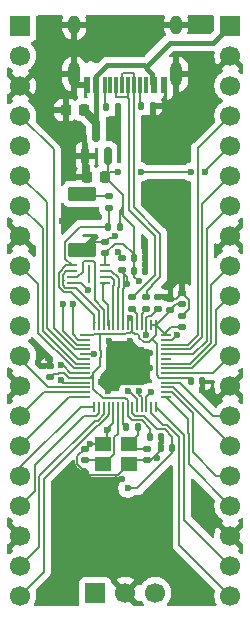
<source format=gbr>
%TF.GenerationSoftware,KiCad,Pcbnew,9.0.1*%
%TF.CreationDate,2026-01-11T13:47:59+00:00*%
%TF.ProjectId,heidi-pico,68656964-692d-4706-9963-6f2e6b696361,rev?*%
%TF.SameCoordinates,Original*%
%TF.FileFunction,Copper,L1,Top*%
%TF.FilePolarity,Positive*%
%FSLAX46Y46*%
G04 Gerber Fmt 4.6, Leading zero omitted, Abs format (unit mm)*
G04 Created by KiCad (PCBNEW 9.0.1) date 2026-01-11 13:47:59*
%MOMM*%
%LPD*%
G01*
G04 APERTURE LIST*
G04 Aperture macros list*
%AMRoundRect*
0 Rectangle with rounded corners*
0 $1 Rounding radius*
0 $2 $3 $4 $5 $6 $7 $8 $9 X,Y pos of 4 corners*
0 Add a 4 corners polygon primitive as box body*
4,1,4,$2,$3,$4,$5,$6,$7,$8,$9,$2,$3,0*
0 Add four circle primitives for the rounded corners*
1,1,$1+$1,$2,$3*
1,1,$1+$1,$4,$5*
1,1,$1+$1,$6,$7*
1,1,$1+$1,$8,$9*
0 Add four rect primitives between the rounded corners*
20,1,$1+$1,$2,$3,$4,$5,0*
20,1,$1+$1,$4,$5,$6,$7,0*
20,1,$1+$1,$6,$7,$8,$9,0*
20,1,$1+$1,$8,$9,$2,$3,0*%
G04 Aperture macros list end*
%TA.AperFunction,SMDPad,CuDef*%
%ADD10RoundRect,0.062500X-0.387500X-0.062500X0.387500X-0.062500X0.387500X0.062500X-0.387500X0.062500X0*%
%TD*%
%TA.AperFunction,HeatsinkPad*%
%ADD11R,0.200000X1.600000*%
%TD*%
%TA.AperFunction,SMDPad,CuDef*%
%ADD12RoundRect,0.140000X-0.140000X-0.170000X0.140000X-0.170000X0.140000X0.170000X-0.140000X0.170000X0*%
%TD*%
%TA.AperFunction,ComponentPad*%
%ADD13R,1.700000X1.700000*%
%TD*%
%TA.AperFunction,ComponentPad*%
%ADD14C,1.700000*%
%TD*%
%TA.AperFunction,SMDPad,CuDef*%
%ADD15RoundRect,0.135000X-0.185000X0.135000X-0.185000X-0.135000X0.185000X-0.135000X0.185000X0.135000X0*%
%TD*%
%TA.AperFunction,SMDPad,CuDef*%
%ADD16RoundRect,0.150000X0.150000X-0.587500X0.150000X0.587500X-0.150000X0.587500X-0.150000X-0.587500X0*%
%TD*%
%TA.AperFunction,SMDPad,CuDef*%
%ADD17RoundRect,0.140000X0.170000X-0.140000X0.170000X0.140000X-0.170000X0.140000X-0.170000X-0.140000X0*%
%TD*%
%TA.AperFunction,SMDPad,CuDef*%
%ADD18RoundRect,0.140000X-0.170000X0.140000X-0.170000X-0.140000X0.170000X-0.140000X0.170000X0.140000X0*%
%TD*%
%TA.AperFunction,SMDPad,CuDef*%
%ADD19R,0.600000X1.450000*%
%TD*%
%TA.AperFunction,SMDPad,CuDef*%
%ADD20R,0.300000X1.450000*%
%TD*%
%TA.AperFunction,HeatsinkPad*%
%ADD21O,1.000000X2.100000*%
%TD*%
%TA.AperFunction,HeatsinkPad*%
%ADD22O,1.000000X1.600000*%
%TD*%
%TA.AperFunction,SMDPad,CuDef*%
%ADD23RoundRect,0.100000X-1.050000X0.525000X-1.050000X-0.525000X1.050000X-0.525000X1.050000X0.525000X0*%
%TD*%
%TA.AperFunction,SMDPad,CuDef*%
%ADD24RoundRect,0.050000X-0.387500X-0.050000X0.387500X-0.050000X0.387500X0.050000X-0.387500X0.050000X0*%
%TD*%
%TA.AperFunction,SMDPad,CuDef*%
%ADD25RoundRect,0.050000X-0.050000X-0.387500X0.050000X-0.387500X0.050000X0.387500X-0.050000X0.387500X0*%
%TD*%
%TA.AperFunction,HeatsinkPad*%
%ADD26R,3.200000X3.200000*%
%TD*%
%TA.AperFunction,SMDPad,CuDef*%
%ADD27RoundRect,0.135000X0.135000X0.185000X-0.135000X0.185000X-0.135000X-0.185000X0.135000X-0.185000X0*%
%TD*%
%TA.AperFunction,SMDPad,CuDef*%
%ADD28RoundRect,0.135000X-0.135000X-0.185000X0.135000X-0.185000X0.135000X0.185000X-0.135000X0.185000X0*%
%TD*%
%TA.AperFunction,SMDPad,CuDef*%
%ADD29R,1.400000X1.200000*%
%TD*%
%TA.AperFunction,SMDPad,CuDef*%
%ADD30RoundRect,0.225000X-0.225000X-0.250000X0.225000X-0.250000X0.225000X0.250000X-0.225000X0.250000X0*%
%TD*%
%TA.AperFunction,SMDPad,CuDef*%
%ADD31RoundRect,0.140000X0.140000X0.170000X-0.140000X0.170000X-0.140000X-0.170000X0.140000X-0.170000X0*%
%TD*%
%TA.AperFunction,SMDPad,CuDef*%
%ADD32RoundRect,0.225000X0.225000X0.250000X-0.225000X0.250000X-0.225000X-0.250000X0.225000X-0.250000X0*%
%TD*%
%TA.AperFunction,ViaPad*%
%ADD33C,0.600000*%
%TD*%
%TA.AperFunction,Conductor*%
%ADD34C,0.175000*%
%TD*%
%TA.AperFunction,Conductor*%
%ADD35C,0.200000*%
%TD*%
%TA.AperFunction,Conductor*%
%ADD36C,0.400000*%
%TD*%
%TA.AperFunction,Conductor*%
%ADD37C,0.700000*%
%TD*%
G04 APERTURE END LIST*
D10*
%TO.P,U3,1,~{CS}*%
%TO.N,QSPI_SS*%
X87825000Y-96250000D03*
%TO.P,U3,2,DO/IO_{1}*%
%TO.N,QSPI_SD1*%
X87825000Y-96750000D03*
%TO.P,U3,3,~{WP}/IO_{2}*%
%TO.N,QSPI_SD2*%
X87825000Y-97250000D03*
%TO.P,U3,4,GND*%
%TO.N,GND*%
X87825000Y-97750000D03*
%TO.P,U3,5,DI/IO_{0}*%
%TO.N,QSPI_SD0*%
X90675000Y-97750000D03*
%TO.P,U3,6,CLK*%
%TO.N,QSPI_SCLK*%
X90675000Y-97250000D03*
%TO.P,U3,7,~{HOLD}/~{RESET}/IO_{3}*%
%TO.N,QSPI_SD3*%
X90675000Y-96750000D03*
%TO.P,U3,8,VCC*%
%TO.N,+3V3*%
X90675000Y-96250000D03*
D11*
%TO.P,U3,9*%
%TO.N,N/C*%
X89250000Y-97000000D03*
%TD*%
D12*
%TO.P,C5,1*%
%TO.N,+3V3*%
X93070000Y-95660000D03*
%TO.P,C5,2*%
%TO.N,GND*%
X94030000Y-95660000D03*
%TD*%
%TO.P,C10,1*%
%TO.N,+3V3*%
X94450000Y-110750000D03*
%TO.P,C10,2*%
%TO.N,GND*%
X95410000Y-110750000D03*
%TD*%
D13*
%TO.P,J3,1,Pin_1*%
%TO.N,GPIO0*%
X83460000Y-75970000D03*
D14*
%TO.P,J3,2,Pin_2*%
%TO.N,GPIO1*%
X83460000Y-78510000D03*
%TO.P,J3,3,Pin_3*%
%TO.N,GND*%
X83460000Y-81050000D03*
%TO.P,J3,4,Pin_4*%
%TO.N,GPIO2*%
X83460000Y-83590000D03*
%TO.P,J3,5,Pin_5*%
%TO.N,GPIO3*%
X83460000Y-86130000D03*
%TO.P,J3,6,Pin_6*%
%TO.N,GPIO4*%
X83460000Y-88670000D03*
%TO.P,J3,7,Pin_7*%
%TO.N,GPIO5*%
X83460000Y-91210000D03*
%TO.P,J3,8,Pin_8*%
%TO.N,GND*%
X83460000Y-93750000D03*
%TO.P,J3,9,Pin_9*%
%TO.N,GPIO6*%
X83460000Y-96290000D03*
%TO.P,J3,10,Pin_10*%
%TO.N,GPIO7*%
X83460000Y-98830000D03*
%TO.P,J3,11,Pin_11*%
%TO.N,GPIO8*%
X83460000Y-101370000D03*
%TO.P,J3,12,Pin_12*%
%TO.N,GPIO9*%
X83460000Y-103910000D03*
%TO.P,J3,13,Pin_13*%
%TO.N,GND*%
X83460000Y-106450000D03*
%TO.P,J3,14,Pin_14*%
%TO.N,GPIO10*%
X83460000Y-108990000D03*
%TO.P,J3,15,Pin_15*%
%TO.N,GPIO11*%
X83460000Y-111530000D03*
%TO.P,J3,16,Pin_16*%
%TO.N,GPIO12*%
X83460000Y-114070000D03*
%TO.P,J3,17,Pin_17*%
%TO.N,GPIO13*%
X83460000Y-116610000D03*
%TO.P,J3,18,Pin_18*%
%TO.N,GND*%
X83460000Y-119150000D03*
%TO.P,J3,19,Pin_19*%
%TO.N,GPIO14*%
X83460000Y-121690000D03*
%TO.P,J3,20,Pin_20*%
%TO.N,GPIO15*%
X83460000Y-124230000D03*
%TD*%
D15*
%TO.P,R6,1*%
%TO.N,Net-(R6-Pad1)*%
X90960000Y-90360000D03*
%TO.P,R6,2*%
%TO.N,QSPI_SS*%
X90960000Y-91380000D03*
%TD*%
D13*
%TO.P,J2,1,Pin_1*%
%TO.N,SWCLK*%
X89810000Y-123990000D03*
D14*
%TO.P,J2,2,Pin_2*%
%TO.N,GND*%
X92350000Y-123990000D03*
%TO.P,J2,3,Pin_3*%
%TO.N,SWD*%
X94890000Y-123990000D03*
%TD*%
D16*
%TO.P,U2,1,GND*%
%TO.N,GND*%
X88960000Y-86967500D03*
%TO.P,U2,2,VO*%
%TO.N,+3V3*%
X90860000Y-86967500D03*
%TO.P,U2,3,VI*%
%TO.N,VBUS*%
X89910000Y-85092500D03*
%TD*%
D17*
%TO.P,C7,1*%
%TO.N,+3V3*%
X97180000Y-101480000D03*
%TO.P,C7,2*%
%TO.N,GND*%
X97180000Y-100520000D03*
%TD*%
D12*
%TO.P,C8,1*%
%TO.N,+3V3*%
X97920000Y-106080000D03*
%TO.P,C8,2*%
%TO.N,GND*%
X98880000Y-106080000D03*
%TD*%
D18*
%TO.P,C15,1*%
%TO.N,Net-(C15-Pad1)*%
X94190000Y-111790000D03*
%TO.P,C15,2*%
%TO.N,GND*%
X94190000Y-112750000D03*
%TD*%
D19*
%TO.P,J1,A1,GND*%
%TO.N,GND*%
X95600000Y-81007000D03*
%TO.P,J1,A4,VBUS*%
%TO.N,VBUS*%
X94800000Y-81007000D03*
D20*
%TO.P,J1,A5,CC1*%
%TO.N,Net-(J1-CC1)*%
X93600000Y-81007000D03*
%TO.P,J1,A6,D+*%
%TO.N,USB_D+*%
X92600000Y-81007000D03*
%TO.P,J1,A7,D-*%
%TO.N,USB_D-*%
X92100000Y-81007000D03*
%TO.P,J1,A8*%
%TO.N,N/C*%
X91100000Y-81007000D03*
D19*
%TO.P,J1,A9,VBUS*%
%TO.N,VBUS*%
X89900000Y-81007000D03*
%TO.P,J1,A12,GND*%
%TO.N,GND*%
X89100000Y-81007000D03*
%TO.P,J1,B1,GND*%
X89100000Y-81007000D03*
%TO.P,J1,B4,VBUS*%
%TO.N,VBUS*%
X89900000Y-81007000D03*
D20*
%TO.P,J1,B5,CC2*%
%TO.N,Net-(J1-CC2)*%
X90600000Y-81007000D03*
%TO.P,J1,B6,D+*%
%TO.N,USB_D+*%
X91600000Y-81007000D03*
%TO.P,J1,B7,D-*%
%TO.N,USB_D-*%
X93100000Y-81007000D03*
%TO.P,J1,B8*%
%TO.N,N/C*%
X94100000Y-81007000D03*
D19*
%TO.P,J1,B9,VBUS*%
%TO.N,VBUS*%
X94800000Y-81007000D03*
%TO.P,J1,B12,GND*%
%TO.N,GND*%
X95600000Y-81007000D03*
D21*
%TO.P,J1,S1,SHIELD*%
X96670000Y-80092000D03*
D22*
X96670000Y-75912000D03*
D21*
X88030000Y-80092000D03*
D22*
X88030000Y-75912000D03*
%TD*%
D23*
%TO.P,SW1,1,1*%
%TO.N,GND*%
X88720000Y-94955000D03*
%TO.P,SW1,2,2*%
%TO.N,Net-(R6-Pad1)*%
X88720000Y-90205000D03*
%TD*%
D24*
%TO.P,U1,1,IOVDD*%
%TO.N,+3V3*%
X88902500Y-102180000D03*
%TO.P,U1,2,GPIO0*%
%TO.N,GPIO0*%
X88902500Y-102580000D03*
%TO.P,U1,3,GPIO1*%
%TO.N,GPIO1*%
X88902500Y-102980000D03*
%TO.P,U1,4,GPIO2*%
%TO.N,GPIO2*%
X88902500Y-103380000D03*
%TO.P,U1,5,GPIO3*%
%TO.N,GPIO3*%
X88902500Y-103780000D03*
%TO.P,U1,6,GPIO4*%
%TO.N,GPIO4*%
X88902500Y-104180000D03*
%TO.P,U1,7,GPIO5*%
%TO.N,GPIO5*%
X88902500Y-104580000D03*
%TO.P,U1,8,GPIO6*%
%TO.N,GPIO6*%
X88902500Y-104980000D03*
%TO.P,U1,9,GPIO7*%
%TO.N,GPIO7*%
X88902500Y-105380000D03*
%TO.P,U1,10,IOVDD*%
%TO.N,+3V3*%
X88902500Y-105780000D03*
%TO.P,U1,11,GPIO8*%
%TO.N,GPIO8*%
X88902500Y-106180000D03*
%TO.P,U1,12,GPIO9*%
%TO.N,GPIO9*%
X88902500Y-106580000D03*
%TO.P,U1,13,GPIO10*%
%TO.N,GPIO10*%
X88902500Y-106980000D03*
%TO.P,U1,14,GPIO11*%
%TO.N,GPIO11*%
X88902500Y-107380000D03*
D25*
%TO.P,U1,15,GPIO12*%
%TO.N,GPIO12*%
X89740000Y-108217500D03*
%TO.P,U1,16,GPIO13*%
%TO.N,GPIO13*%
X90140000Y-108217500D03*
%TO.P,U1,17,GPIO14*%
%TO.N,GPIO14*%
X90540000Y-108217500D03*
%TO.P,U1,18,GPIO15*%
%TO.N,GPIO15*%
X90940000Y-108217500D03*
%TO.P,U1,19,TESTEN*%
%TO.N,GND*%
X91340000Y-108217500D03*
%TO.P,U1,20,XIN*%
%TO.N,XIN*%
X91740000Y-108217500D03*
%TO.P,U1,21,XOUT*%
%TO.N,XOUT*%
X92140000Y-108217500D03*
%TO.P,U1,22,IOVDD*%
%TO.N,+3V3*%
X92540000Y-108217500D03*
%TO.P,U1,23,DVDD*%
%TO.N,+1V1*%
X92940000Y-108217500D03*
%TO.P,U1,24,SWCLK*%
%TO.N,SWCLK*%
X93340000Y-108217500D03*
%TO.P,U1,25,SWD*%
%TO.N,SWD*%
X93740000Y-108217500D03*
%TO.P,U1,26,RUN*%
%TO.N,RUN*%
X94140000Y-108217500D03*
%TO.P,U1,27,GPIO16*%
%TO.N,GPIO16*%
X94540000Y-108217500D03*
%TO.P,U1,28,GPIO17*%
%TO.N,GPIO17*%
X94940000Y-108217500D03*
D24*
%TO.P,U1,29,GPIO18*%
%TO.N,GPIO18*%
X95777500Y-107380000D03*
%TO.P,U1,30,GPIO19*%
%TO.N,GPIO19*%
X95777500Y-106980000D03*
%TO.P,U1,31,GPIO20*%
%TO.N,GPIO20*%
X95777500Y-106580000D03*
%TO.P,U1,32,GPIO21*%
%TO.N,GPIO21*%
X95777500Y-106180000D03*
%TO.P,U1,33,IOVDD*%
%TO.N,+3V3*%
X95777500Y-105780000D03*
%TO.P,U1,34,GPIO22*%
%TO.N,GPIO22*%
X95777500Y-105380000D03*
%TO.P,U1,35,GPIO23*%
%TO.N,GPIO23*%
X95777500Y-104980000D03*
%TO.P,U1,36,GPIO24*%
%TO.N,GPIO24*%
X95777500Y-104580000D03*
%TO.P,U1,37,GPIO25*%
%TO.N,unconnected-(U1-GPIO25-Pad37)*%
X95777500Y-104180000D03*
%TO.P,U1,38,GPIO26_ADC0*%
%TO.N,GPIO26_ADC0*%
X95777500Y-103780000D03*
%TO.P,U1,39,GPIO27_ADC1*%
%TO.N,GPIO27_ADC1*%
X95777500Y-103380000D03*
%TO.P,U1,40,GPIO28_ADC2*%
%TO.N,GPIO28_ADC2*%
X95777500Y-102980000D03*
%TO.P,U1,41,GPIO29_ADC3*%
%TO.N,GPIO29_ADC3*%
X95777500Y-102580000D03*
%TO.P,U1,42,IOVDD*%
%TO.N,+3V3*%
X95777500Y-102180000D03*
D25*
%TO.P,U1,43,ADC_AVDD*%
X94940000Y-101342500D03*
%TO.P,U1,44,VREG_IN*%
X94540000Y-101342500D03*
%TO.P,U1,45,VREG_VOUT*%
%TO.N,+1V1*%
X94140000Y-101342500D03*
%TO.P,U1,46,USB_DM*%
%TO.N,Net-(U1-USB_DM)*%
X93740000Y-101342500D03*
%TO.P,U1,47,USB_DP*%
%TO.N,Net-(U1-USB_DP)*%
X93340000Y-101342500D03*
%TO.P,U1,48,USB_VDD*%
%TO.N,+3V3*%
X92940000Y-101342500D03*
%TO.P,U1,49,IOVDD*%
X92540000Y-101342500D03*
%TO.P,U1,50,DVDD*%
%TO.N,+1V1*%
X92140000Y-101342500D03*
%TO.P,U1,51,QSPI_SD3*%
%TO.N,QSPI_SD3*%
X91740000Y-101342500D03*
%TO.P,U1,52,QSPI_SCLK*%
%TO.N,QSPI_SCLK*%
X91340000Y-101342500D03*
%TO.P,U1,53,QSPI_SD0*%
%TO.N,QSPI_SD0*%
X90940000Y-101342500D03*
%TO.P,U1,54,QSPI_SD2*%
%TO.N,QSPI_SD2*%
X90540000Y-101342500D03*
%TO.P,U1,55,QSPI_SD1*%
%TO.N,QSPI_SD1*%
X90140000Y-101342500D03*
%TO.P,U1,56,QSPI_SS*%
%TO.N,QSPI_SS*%
X89740000Y-101342500D03*
D26*
%TO.P,U1,57,GND*%
%TO.N,GND*%
X92340000Y-104780000D03*
%TD*%
D27*
%TO.P,R5,1*%
%TO.N,+3V3*%
X91880000Y-92990000D03*
%TO.P,R5,2*%
%TO.N,QSPI_SS*%
X90860000Y-92990000D03*
%TD*%
D28*
%TO.P,R3,1*%
%TO.N,Net-(J1-CC1)*%
X93690000Y-82750000D03*
%TO.P,R3,2*%
%TO.N,GND*%
X94710000Y-82750000D03*
%TD*%
D12*
%TO.P,C9,1*%
%TO.N,+3V3*%
X93070000Y-96710000D03*
%TO.P,C9,2*%
%TO.N,GND*%
X94030000Y-96710000D03*
%TD*%
D29*
%TO.P,Y1,1,1*%
%TO.N,XIN*%
X90450000Y-113120000D03*
%TO.P,Y1,2,2*%
%TO.N,GND*%
X92650000Y-113120000D03*
%TO.P,Y1,3,3*%
%TO.N,Net-(C15-Pad1)*%
X92650000Y-111420000D03*
%TO.P,Y1,4,4*%
%TO.N,GND*%
X90450000Y-111420000D03*
%TD*%
D17*
%TO.P,C1,1*%
%TO.N,+1V1*%
X95150000Y-99920000D03*
%TO.P,C1,2*%
%TO.N,GND*%
X95150000Y-98960000D03*
%TD*%
D27*
%TO.P,R7,1*%
%TO.N,Net-(C15-Pad1)*%
X93430000Y-109980000D03*
%TO.P,R7,2*%
%TO.N,XOUT*%
X92410000Y-109980000D03*
%TD*%
%TO.P,R4,1*%
%TO.N,GND*%
X91710000Y-82840000D03*
%TO.P,R4,2*%
%TO.N,Net-(J1-CC2)*%
X90690000Y-82840000D03*
%TD*%
D18*
%TO.P,C14,1*%
%TO.N,GND*%
X88910000Y-111820000D03*
%TO.P,C14,2*%
%TO.N,XIN*%
X88910000Y-112780000D03*
%TD*%
D13*
%TO.P,J4,1,Pin_1*%
%TO.N,VBUS*%
X101240000Y-75970000D03*
D14*
%TO.P,J4,2,Pin_2*%
%TO.N,GND*%
X101240000Y-78510000D03*
%TO.P,J4,3,Pin_3*%
%TO.N,GPIO29_ADC3*%
X101240000Y-81050000D03*
%TO.P,J4,4,Pin_4*%
%TO.N,GPIO28_ADC2*%
X101240000Y-83590000D03*
%TO.P,J4,5,Pin_5*%
%TO.N,+3V3*%
X101240000Y-86130000D03*
%TO.P,J4,6,Pin_6*%
%TO.N,GPIO27_ADC1*%
X101240000Y-88670000D03*
%TO.P,J4,7,Pin_7*%
%TO.N,GPIO26_ADC0*%
X101240000Y-91210000D03*
%TO.P,J4,8,Pin_8*%
%TO.N,GND*%
X101240000Y-93750000D03*
%TO.P,J4,9,Pin_9*%
%TO.N,GPIO24*%
X101240000Y-96290000D03*
%TO.P,J4,10,Pin_10*%
%TO.N,GPIO23*%
X101240000Y-98830000D03*
%TO.P,J4,11,Pin_11*%
%TO.N,RUN*%
X101240000Y-101370000D03*
%TO.P,J4,12,Pin_12*%
%TO.N,GPIO22*%
X101240000Y-103910000D03*
%TO.P,J4,13,Pin_13*%
%TO.N,GND*%
X101240000Y-106450000D03*
%TO.P,J4,14,Pin_14*%
%TO.N,GPIO21*%
X101240000Y-108990000D03*
%TO.P,J4,15,Pin_15*%
%TO.N,GPIO20*%
X101240000Y-111530000D03*
%TO.P,J4,16,Pin_16*%
%TO.N,GPIO19*%
X101240000Y-114070000D03*
%TO.P,J4,17,Pin_17*%
%TO.N,GPIO18*%
X101240000Y-116610000D03*
%TO.P,J4,18,Pin_18*%
%TO.N,GND*%
X101240000Y-119150000D03*
%TO.P,J4,19,Pin_19*%
%TO.N,GPIO17*%
X101240000Y-121690000D03*
%TO.P,J4,20,Pin_20*%
%TO.N,GPIO16*%
X101240000Y-124230000D03*
%TD*%
D17*
%TO.P,C11,1*%
%TO.N,+3V3*%
X96180000Y-100060000D03*
%TO.P,C11,2*%
%TO.N,GND*%
X96180000Y-99100000D03*
%TD*%
%TO.P,C2,1*%
%TO.N,+1V1*%
X92050000Y-96620000D03*
%TO.P,C2,2*%
%TO.N,GND*%
X92050000Y-95660000D03*
%TD*%
%TO.P,C16,1*%
%TO.N,+3V3*%
X90670000Y-95230000D03*
%TO.P,C16,2*%
%TO.N,GND*%
X90670000Y-94270000D03*
%TD*%
D30*
%TO.P,C13,1*%
%TO.N,GND*%
X87295000Y-83100000D03*
%TO.P,C13,2*%
%TO.N,VBUS*%
X88845000Y-83100000D03*
%TD*%
D17*
%TO.P,C6,1*%
%TO.N,+3V3*%
X97170000Y-99570000D03*
%TO.P,C6,2*%
%TO.N,GND*%
X97170000Y-98610000D03*
%TD*%
D31*
%TO.P,C3,1*%
%TO.N,+1V1*%
X96340000Y-111750000D03*
%TO.P,C3,2*%
%TO.N,GND*%
X95380000Y-111750000D03*
%TD*%
D15*
%TO.P,R1,1*%
%TO.N,USB_D+*%
X92960000Y-98950000D03*
%TO.P,R1,2*%
%TO.N,Net-(U1-USB_DP)*%
X92960000Y-99970000D03*
%TD*%
D32*
%TO.P,C12,1*%
%TO.N,+3V3*%
X90660000Y-88780000D03*
%TO.P,C12,2*%
%TO.N,GND*%
X89110000Y-88780000D03*
%TD*%
D15*
%TO.P,R2,1*%
%TO.N,USB_D-*%
X94140000Y-98950000D03*
%TO.P,R2,2*%
%TO.N,Net-(U1-USB_DM)*%
X94140000Y-99970000D03*
%TD*%
D17*
%TO.P,C4,1*%
%TO.N,+3V3*%
X86000000Y-105740000D03*
%TO.P,C4,2*%
%TO.N,GND*%
X86000000Y-104780000D03*
%TD*%
D33*
%TO.N,GND*%
X89030000Y-91940000D03*
X90925388Y-106904000D03*
X90780000Y-110190000D03*
X90990000Y-102670000D03*
X91490000Y-93810000D03*
X95060000Y-112570000D03*
X93940000Y-94330000D03*
X92100000Y-114350000D03*
X89162500Y-98331650D03*
X94410000Y-103700000D03*
X91760000Y-95127500D03*
X88891225Y-113698775D03*
X90270000Y-106140000D03*
X95480000Y-89580000D03*
X89390000Y-111420000D03*
X94430000Y-104920000D03*
X85770000Y-104100000D03*
X95480000Y-89580000D03*
X87030000Y-92500000D03*
X92750000Y-102640000D03*
X98430000Y-115490000D03*
X91570000Y-84830000D03*
%TO.N,+1V1*%
X92552500Y-115131500D03*
X92480000Y-97800000D03*
X94143692Y-102158144D03*
%TO.N,+3V3*%
X92752500Y-100739996D03*
X93710000Y-88350000D03*
X99083500Y-88360000D03*
X91740000Y-88390000D03*
X93475735Y-97615735D03*
X97908500Y-88350000D03*
%TO.N,SWCLK*%
X92580000Y-106930000D03*
%TO.N,SWD*%
X93532901Y-106937099D03*
%TO.N,GPIO7*%
X86929574Y-104730426D03*
%TO.N,GPIO3*%
X89740000Y-103780000D03*
%TO.N,GPIO0*%
X87913446Y-99520390D03*
%TO.N,GPIO1*%
X87113882Y-99493887D03*
%TO.N,GPIO8*%
X86921650Y-105992501D03*
%TO.N,RUN*%
X94510000Y-107000000D03*
%TO.N,GPIO29_ADC3*%
X96715000Y-102190305D03*
%TD*%
D34*
%TO.N,GND*%
X94680000Y-112570000D02*
X94500000Y-112750000D01*
X87630000Y-91900000D02*
X87030000Y-92500000D01*
X95410000Y-110750000D02*
X95410000Y-111720000D01*
D35*
X94190000Y-112750000D02*
X93020000Y-112750000D01*
X90450000Y-111420000D02*
X89390000Y-111420000D01*
X88299000Y-113106550D02*
X88299000Y-112431000D01*
X91340000Y-93960000D02*
X90980000Y-93960000D01*
D34*
X95410000Y-111720000D02*
X95380000Y-111750000D01*
D35*
X91760000Y-95267500D02*
X91760000Y-95340000D01*
D34*
X94500000Y-112750000D02*
X94190000Y-112750000D01*
D35*
X91760000Y-95200000D02*
X92070000Y-95510000D01*
X89390000Y-111420000D02*
X89310000Y-111420000D01*
D34*
X89020000Y-91900000D02*
X87630000Y-91900000D01*
D35*
X90980000Y-93960000D02*
X90670000Y-94270000D01*
X93020000Y-112750000D02*
X92650000Y-113120000D01*
D34*
X90780000Y-111090000D02*
X90450000Y-111420000D01*
X89020000Y-91930000D02*
X89020000Y-91900000D01*
X85770000Y-104100000D02*
X85770000Y-104550000D01*
D35*
X89222450Y-114030000D02*
X88891225Y-113698775D01*
X88299000Y-112431000D02*
X88910000Y-111820000D01*
D34*
X90670000Y-94270000D02*
X89405000Y-94270000D01*
D35*
X89310000Y-111420000D02*
X88910000Y-111820000D01*
D34*
X95380000Y-111750000D02*
X95380000Y-111870000D01*
X87825000Y-97750000D02*
X88580850Y-97750000D01*
X96180000Y-99100000D02*
X96680000Y-99100000D01*
X91340000Y-108217500D02*
X91340000Y-109630000D01*
X95380000Y-111870000D02*
X94500000Y-112750000D01*
D35*
X92650000Y-113120000D02*
X91740000Y-114030000D01*
D34*
X97768500Y-99208500D02*
X97170000Y-98610000D01*
X91340000Y-109630000D02*
X90780000Y-110190000D01*
X89405000Y-94270000D02*
X88720000Y-94955000D01*
X97180000Y-100520000D02*
X97768500Y-99931500D01*
D35*
X92070000Y-95510000D02*
X92070000Y-95720000D01*
D34*
X90780000Y-110190000D02*
X90780000Y-111090000D01*
X85770000Y-104550000D02*
X86000000Y-104780000D01*
X97768500Y-99931500D02*
X97768500Y-99208500D01*
X88580850Y-97750000D02*
X89162500Y-98331650D01*
X89030000Y-91940000D02*
X89020000Y-91930000D01*
X96680000Y-99100000D02*
X97170000Y-98610000D01*
D35*
X91490000Y-93810000D02*
X91340000Y-93960000D01*
D34*
X95060000Y-112570000D02*
X94680000Y-112570000D01*
D35*
X88891225Y-113698775D02*
X88299000Y-113106550D01*
X91740000Y-114030000D02*
X89222450Y-114030000D01*
D34*
%TO.N,+1V1*%
X96340000Y-110760128D02*
X96340000Y-111750000D01*
X92552500Y-115131500D02*
X93370765Y-115131500D01*
X94140000Y-101342500D02*
X94140000Y-100690000D01*
X94140000Y-101342500D02*
X94140000Y-102154452D01*
X92070000Y-96820000D02*
X92480000Y-97230000D01*
X94541500Y-100528500D02*
X95150000Y-99920000D01*
X94140000Y-100690000D02*
X94301500Y-100528500D01*
X95051500Y-110151500D02*
X95731372Y-110151500D01*
X92480000Y-97230000D02*
X92480000Y-97800000D01*
X93165500Y-108995500D02*
X93899904Y-108995500D01*
X94140000Y-102154452D02*
X94143692Y-102158144D01*
X94826000Y-109921596D02*
X94826000Y-109926000D01*
X95731372Y-110151500D02*
X96340000Y-110760128D01*
X92140000Y-101342500D02*
X92140000Y-98296610D01*
X96340000Y-112162265D02*
X96340000Y-111750000D01*
X92230000Y-98206610D02*
X92230000Y-96980000D01*
X92940000Y-108770000D02*
X93165500Y-108995500D01*
X92230000Y-96980000D02*
X92070000Y-96820000D01*
X92140000Y-98296610D02*
X92230000Y-98206610D01*
X94826000Y-109926000D02*
X95051500Y-110151500D01*
X94301500Y-100528500D02*
X94541500Y-100528500D01*
X93899904Y-108995500D02*
X94826000Y-109921596D01*
X92940000Y-108217500D02*
X92940000Y-108770000D01*
X93370765Y-115131500D02*
X96340000Y-112162265D01*
%TO.N,+3V3*%
X89650000Y-105760000D02*
X89650000Y-106710000D01*
X91931598Y-102068500D02*
X91548402Y-102068500D01*
X90230000Y-104122265D02*
X90230000Y-104760000D01*
X90748402Y-102068500D02*
X90740000Y-102060098D01*
X89650000Y-106710000D02*
X90431500Y-107491500D01*
X97170000Y-99570000D02*
X96670000Y-99570000D01*
D35*
X94540000Y-101342500D02*
X94940000Y-101342500D01*
D34*
X88902500Y-105780000D02*
X88891000Y-105791500D01*
X92940000Y-101342500D02*
X92940000Y-100810000D01*
X89650000Y-105340000D02*
X89650000Y-105550098D01*
X93555192Y-102225192D02*
X93555192Y-102401909D01*
X91531598Y-102068500D02*
X91148402Y-102068500D01*
X93700000Y-88360000D02*
X93710000Y-88350000D01*
X90348402Y-102068500D02*
X90340000Y-102060098D01*
X91140000Y-107499902D02*
X91148402Y-107491500D01*
X89480049Y-105720049D02*
X89503049Y-105720049D01*
X90731598Y-102068500D02*
X90348402Y-102068500D01*
X89650000Y-105550098D02*
X89480049Y-105720049D01*
X89650000Y-102180000D02*
X88902500Y-102180000D01*
X92180000Y-92100000D02*
X93070000Y-92990000D01*
X87165415Y-105404001D02*
X86677885Y-105404001D01*
X91948402Y-102068500D02*
X91940000Y-102060098D01*
X87510150Y-105748736D02*
X87165415Y-105404001D01*
X92430098Y-101970000D02*
X92331598Y-102068500D01*
D35*
X96320000Y-99910000D02*
X96320000Y-99962500D01*
D34*
X91931598Y-107491500D02*
X91940000Y-107499902D01*
X90230000Y-104760000D02*
X89650000Y-105340000D01*
X94450000Y-110077340D02*
X93744160Y-109371500D01*
D35*
X97620000Y-105780000D02*
X97920000Y-106080000D01*
D34*
X92940000Y-100810000D02*
X92760000Y-100630000D01*
X91148402Y-107491500D02*
X91531598Y-107491500D01*
X90230000Y-102190000D02*
X90230000Y-103437735D01*
X91880000Y-91660000D02*
X92180000Y-91960000D01*
X92331598Y-107491500D02*
X92540000Y-107699902D01*
X91540000Y-102060098D02*
X91531598Y-102068500D01*
X92951500Y-101621500D02*
X92951500Y-101871598D01*
X92540000Y-107699902D02*
X92540000Y-108217500D01*
X92180000Y-91960000D02*
X92180000Y-92100000D01*
X89480049Y-105720049D02*
X89420098Y-105780000D01*
X91050000Y-88390000D02*
X90660000Y-88780000D01*
D35*
X95777500Y-101902500D02*
X95777500Y-102180000D01*
D34*
X89931598Y-102068500D02*
X89761500Y-102068500D01*
X91140000Y-102060098D02*
X91131598Y-102068500D01*
X90740000Y-102060098D02*
X90731598Y-102068500D01*
X90431500Y-107491500D02*
X90731598Y-107491500D01*
X99020000Y-88350000D02*
X99073500Y-88350000D01*
X99073500Y-88350000D02*
X99083500Y-88360000D01*
X92180000Y-91360000D02*
X92180000Y-92100000D01*
X92752500Y-100637500D02*
X92752500Y-100739996D01*
X91940000Y-102060098D02*
X91931598Y-102068500D01*
D35*
X95777500Y-105780000D02*
X95240000Y-105780000D01*
D34*
X89503049Y-105720049D02*
X89650000Y-105867000D01*
X93148402Y-102068500D02*
X93398500Y-102068500D01*
X89420098Y-105780000D02*
X88902500Y-105780000D01*
D35*
X96320000Y-99962500D02*
X94940000Y-101342500D01*
D34*
X90748402Y-107491500D02*
X91131598Y-107491500D01*
X92180000Y-90300000D02*
X92180000Y-91360000D01*
X96670000Y-99570000D02*
X96180000Y-100060000D01*
X93070000Y-97210000D02*
X93475735Y-97615735D01*
X91940000Y-107499902D02*
X91948402Y-107491500D01*
X92180000Y-94450000D02*
X91450000Y-94450000D01*
X91531598Y-107491500D02*
X91540000Y-107499902D01*
X93899927Y-102746644D02*
X94387457Y-102746644D01*
X90328500Y-104023765D02*
X90230000Y-104122265D01*
X90230000Y-103437735D02*
X90328500Y-103536235D01*
X92940000Y-101780000D02*
X92750000Y-101970000D01*
X90331598Y-102068500D02*
X89948402Y-102068500D01*
X86290000Y-105450000D02*
X86000000Y-105740000D01*
D35*
X95040000Y-105580000D02*
X95040000Y-102900000D01*
D34*
X101240000Y-86130000D02*
X99020000Y-88350000D01*
X86631886Y-105450000D02*
X86290000Y-105450000D01*
X92940000Y-101342500D02*
X92940000Y-101610000D01*
X94450000Y-110750000D02*
X94450000Y-110077340D01*
X93070000Y-96710000D02*
X93070000Y-97210000D01*
X90670000Y-95230000D02*
X90670000Y-96245000D01*
X92940000Y-101610000D02*
X92951500Y-101621500D01*
D35*
X97180000Y-101480000D02*
X96200000Y-101480000D01*
D34*
X92540000Y-109030000D02*
X92540000Y-108217500D01*
X90328500Y-103536235D02*
X90328500Y-104023765D01*
D35*
X95040000Y-102900000D02*
X94645889Y-102505889D01*
D34*
X89948402Y-102068500D02*
X89940000Y-102060098D01*
X88891000Y-105791500D02*
X87551500Y-105791500D01*
X94387457Y-102746644D02*
X94940000Y-102194101D01*
X92951500Y-101871598D02*
X93148402Y-102068500D01*
X91548402Y-102068500D02*
X91540000Y-102060098D01*
X97908500Y-88350000D02*
X93710000Y-88350000D01*
D35*
X94940000Y-101342500D02*
X95777500Y-102180000D01*
D34*
X92331598Y-102068500D02*
X91948402Y-102068500D01*
X91131598Y-102068500D02*
X90748402Y-102068500D01*
X86677885Y-105404001D02*
X86631886Y-105450000D01*
X90860000Y-86967500D02*
X90860000Y-88580000D01*
X92881500Y-109371500D02*
X92540000Y-109030000D01*
X92940000Y-101342500D02*
X92940000Y-101780000D01*
X93070000Y-95660000D02*
X93070000Y-95340000D01*
X92760000Y-100630000D02*
X92752500Y-100637500D01*
X91450000Y-94450000D02*
X90670000Y-95230000D01*
X93398500Y-102068500D02*
X93555192Y-102225192D01*
X92540000Y-101342500D02*
X92540000Y-100952496D01*
X89940000Y-102060098D02*
X89931598Y-102068500D01*
X93070000Y-92990000D02*
X93070000Y-96710000D01*
X92540000Y-100952496D02*
X92752500Y-100739996D01*
X90340000Y-102060098D02*
X90331598Y-102068500D01*
X89650000Y-105760000D02*
X89650000Y-105867000D01*
X93070000Y-95340000D02*
X92180000Y-94450000D01*
X90660000Y-88780000D02*
X92180000Y-90300000D01*
X90731598Y-107491500D02*
X90740000Y-107499902D01*
X91880000Y-92990000D02*
X91880000Y-91660000D01*
X91540000Y-107499902D02*
X91548402Y-107491500D01*
X89761500Y-102068500D02*
X89650000Y-102180000D01*
X91880000Y-91660000D02*
X92180000Y-91360000D01*
X90740000Y-107499902D02*
X90748402Y-107491500D01*
X93555192Y-102401909D02*
X93899927Y-102746644D01*
X90220000Y-102180000D02*
X90230000Y-102190000D01*
X87551500Y-105791500D02*
X87510150Y-105750150D01*
X87510150Y-105750150D02*
X87510150Y-105748736D01*
X92750000Y-101970000D02*
X92430098Y-101970000D01*
X91948402Y-107491500D02*
X92331598Y-107491500D01*
D35*
X95777500Y-105780000D02*
X97620000Y-105780000D01*
D34*
X94940000Y-102194101D02*
X94940000Y-101342500D01*
D35*
X95240000Y-105780000D02*
X95040000Y-105580000D01*
D34*
X90670000Y-96245000D02*
X90675000Y-96250000D01*
X91148402Y-102068500D02*
X91140000Y-102060098D01*
X93070000Y-95660000D02*
X93070000Y-96710000D01*
X89650000Y-105340000D02*
X89650000Y-105760000D01*
X90860000Y-88580000D02*
X90660000Y-88780000D01*
X93744160Y-109371500D02*
X92881500Y-109371500D01*
D35*
X96200000Y-101480000D02*
X95777500Y-101902500D01*
D34*
X91740000Y-88390000D02*
X91050000Y-88390000D01*
X91131598Y-107491500D02*
X91140000Y-107499902D01*
X91548402Y-107491500D02*
X91931598Y-107491500D01*
D36*
%TO.N,VBUS*%
X94800000Y-81007000D02*
X94651000Y-80858000D01*
X101240000Y-75970000D02*
X99800000Y-77410000D01*
X93894992Y-79294992D02*
X90824438Y-79294992D01*
X90824438Y-79294992D02*
X89900000Y-80219430D01*
X94464000Y-79864000D02*
X93894992Y-79294992D01*
X94464000Y-79883430D02*
X94464000Y-79864000D01*
X94651000Y-80858000D02*
X94651000Y-80070430D01*
D37*
X89910000Y-85092500D02*
X89910000Y-84165000D01*
D36*
X89900000Y-84735000D02*
X89930000Y-84765000D01*
X89900000Y-81007000D02*
X89900000Y-84735000D01*
D37*
X89910000Y-84165000D02*
X88845000Y-83100000D01*
D36*
X94651000Y-80070430D02*
X94464000Y-79883430D01*
X89900000Y-80219430D02*
X89900000Y-81007000D01*
X99800000Y-77410000D02*
X96118992Y-77410000D01*
X96118992Y-77410000D02*
X94234000Y-79294992D01*
D34*
%TO.N,XIN*%
X91438500Y-110833000D02*
X91438500Y-112231500D01*
X91740000Y-110531500D02*
X91438500Y-110833000D01*
D35*
X88910000Y-112780000D02*
X90110000Y-112780000D01*
D34*
X90550000Y-113120000D02*
X90450000Y-113120000D01*
X91740000Y-108217500D02*
X91740000Y-110531500D01*
X91438500Y-112231500D02*
X90550000Y-113120000D01*
D35*
X90110000Y-112780000D02*
X90450000Y-113120000D01*
D34*
%TO.N,XOUT*%
X92410000Y-109980000D02*
X92140000Y-109710000D01*
X92140000Y-109710000D02*
X92140000Y-108217500D01*
D35*
%TO.N,Net-(J1-CC1)*%
X93600000Y-82660000D02*
X93690000Y-82750000D01*
X93600000Y-81007000D02*
X93600000Y-82660000D01*
%TO.N,USB_D-*%
X93075000Y-82119501D02*
X93075000Y-91356802D01*
X93100000Y-80100000D02*
X93100000Y-81007000D01*
X93100000Y-81007000D02*
X93100000Y-82094501D01*
X92981000Y-79981000D02*
X93100000Y-80100000D01*
X94517464Y-98058933D02*
X94170000Y-98406397D01*
X94170000Y-98406397D02*
X94170000Y-98950000D01*
X95295000Y-93576802D02*
X95295000Y-97281397D01*
X92100000Y-81007000D02*
X92100000Y-80030000D01*
X93100000Y-82094501D02*
X93075000Y-82119501D01*
X94721310Y-97855087D02*
X94517464Y-98058933D01*
X92100000Y-80030000D02*
X92149000Y-79981000D01*
X93075000Y-91356802D02*
X95295000Y-93576802D01*
X92149000Y-79981000D02*
X92981000Y-79981000D01*
X95295000Y-97281397D02*
X94721310Y-97855087D01*
%TO.N,Net-(J1-CC2)*%
X90600000Y-81007000D02*
X90600000Y-82750000D01*
X90600000Y-82750000D02*
X90690000Y-82840000D01*
%TO.N,USB_D+*%
X92625000Y-90546924D02*
X92625000Y-89763853D01*
X94845000Y-97095000D02*
X94845000Y-93763198D01*
X92625000Y-91543198D02*
X92625000Y-90546924D01*
X92600000Y-81984000D02*
X92600000Y-81007000D01*
X94662381Y-97277619D02*
X94845000Y-97095000D01*
X91600000Y-81007000D02*
X91600000Y-81984000D01*
X92625000Y-89763853D02*
X92625000Y-82119501D01*
X91600000Y-81984000D02*
X91649000Y-82033000D01*
X92551000Y-82033000D02*
X92600000Y-81984000D01*
X92600000Y-82094501D02*
X92600000Y-81007000D01*
X92990000Y-98950000D02*
X94176276Y-97763724D01*
X94455550Y-97484450D02*
X94662381Y-97277619D01*
X94176276Y-97763724D02*
X94455550Y-97484450D01*
X92625000Y-82119501D02*
X92600000Y-82094501D01*
X91649000Y-82033000D02*
X92551000Y-82033000D01*
X94845000Y-93763198D02*
X92625000Y-91543198D01*
D34*
%TO.N,SWCLK*%
X93340000Y-107575050D02*
X93340000Y-108217500D01*
X92694950Y-106930000D02*
X93340000Y-107575050D01*
X92580000Y-106930000D02*
X92694950Y-106930000D01*
%TO.N,SWD*%
X93740000Y-107428239D02*
X93740000Y-108217500D01*
X93532901Y-106937099D02*
X93532901Y-107221140D01*
X93532901Y-107221140D02*
X93740000Y-107428239D01*
%TO.N,GPIO5*%
X85350500Y-101788756D02*
X85350500Y-93100500D01*
X87110500Y-103544747D02*
X86325253Y-102759500D01*
X86321244Y-102759500D02*
X85350500Y-101788756D01*
X85350500Y-93100500D02*
X83460000Y-91210000D01*
X88902500Y-104580000D02*
X88141744Y-104580000D01*
X88141744Y-104580000D02*
X87110500Y-103548756D01*
X87110500Y-103548756D02*
X87110500Y-103544747D01*
X86325253Y-102759500D02*
X86321244Y-102759500D01*
%TO.N,GPIO7*%
X87015649Y-104816501D02*
X87126501Y-104816501D01*
X87126501Y-104816501D02*
X87666000Y-105356000D01*
X88891000Y-105368500D02*
X88902500Y-105380000D01*
X88360902Y-105356000D02*
X88373402Y-105368500D01*
X87666000Y-105356000D02*
X88360902Y-105356000D01*
X88373402Y-105368500D02*
X88891000Y-105368500D01*
X86929574Y-104730426D02*
X87015649Y-104816501D01*
%TO.N,GPIO10*%
X85470000Y-106980000D02*
X83460000Y-108990000D01*
X88902500Y-106980000D02*
X85470000Y-106980000D01*
%TO.N,GPIO3*%
X89850000Y-103670000D02*
X89740000Y-103780000D01*
X88902500Y-103780000D02*
X89740000Y-103780000D01*
%TO.N,GPIO6*%
X88010000Y-104980000D02*
X86734500Y-103704500D01*
X86734500Y-103700491D02*
X86169509Y-103135500D01*
X86165500Y-103135500D02*
X84974500Y-101944500D01*
X84974500Y-101944500D02*
X84974500Y-97804500D01*
X86169509Y-103135500D02*
X86165500Y-103135500D01*
X86734500Y-103704500D02*
X86734500Y-103700491D01*
X88902500Y-104980000D02*
X88010000Y-104980000D01*
X84974500Y-97804500D02*
X83460000Y-96290000D01*
%TO.N,GPIO9*%
X88902500Y-106580000D02*
X85850000Y-106580000D01*
X83460000Y-104190000D02*
X83460000Y-103910000D01*
X85850000Y-106580000D02*
X83460000Y-104190000D01*
%TO.N,GPIO11*%
X87610000Y-107380000D02*
X83460000Y-111530000D01*
X88902500Y-107380000D02*
X87610000Y-107380000D01*
%TO.N,GPIO2*%
X86300000Y-86430000D02*
X83460000Y-83590000D01*
X88121414Y-103380000D02*
X88902500Y-103380000D01*
X86300000Y-101558586D02*
X88121414Y-103380000D01*
X86300000Y-101558586D02*
X86300000Y-86430000D01*
%TO.N,GPIO0*%
X87913446Y-102108544D02*
X88384902Y-102580000D01*
X88384902Y-102580000D02*
X88902500Y-102580000D01*
X87913446Y-99520390D02*
X87913446Y-102108544D01*
%TO.N,GPIO12*%
X88572500Y-108217500D02*
X83460000Y-113330000D01*
X83460000Y-113330000D02*
X83460000Y-114070000D01*
X89740000Y-108217500D02*
X88572500Y-108217500D01*
%TO.N,GPIO14*%
X85086000Y-120064000D02*
X83460000Y-121690000D01*
X90528500Y-108746598D02*
X90530000Y-108748098D01*
X90000842Y-109406000D02*
X89794000Y-109406000D01*
X90530000Y-108748098D02*
X90530000Y-108876842D01*
X90528500Y-108371500D02*
X90528500Y-108746598D01*
X90540000Y-108360000D02*
X90528500Y-108371500D01*
X85086000Y-114114000D02*
X85086000Y-120064000D01*
X90530000Y-108876842D02*
X90000842Y-109406000D01*
X90540000Y-108217500D02*
X90540000Y-108360000D01*
X89794000Y-109406000D02*
X85086000Y-114114000D01*
%TO.N,GPIO1*%
X88253158Y-102980000D02*
X88902500Y-102980000D01*
X87113882Y-99493887D02*
X87113882Y-101840724D01*
X87113882Y-101840724D02*
X88253158Y-102980000D01*
%TO.N,GPIO15*%
X90940000Y-108217500D02*
X90940000Y-108870128D01*
X90906000Y-108904128D02*
X90906000Y-109032586D01*
X90156586Y-109782000D02*
X90028128Y-109782000D01*
X90028128Y-109782000D02*
X85462000Y-114348128D01*
X85462000Y-122228000D02*
X83460000Y-124230000D01*
X85462000Y-114348128D02*
X85462000Y-122228000D01*
X90940000Y-108870128D02*
X90906000Y-108904128D01*
X90906000Y-109032586D02*
X90156586Y-109782000D01*
%TO.N,GPIO13*%
X88870000Y-109030000D02*
X84710000Y-113190000D01*
X84710000Y-115360000D02*
X83460000Y-116610000D01*
X84710000Y-113190000D02*
X84710000Y-115360000D01*
X90128500Y-108217500D02*
X90128500Y-108746598D01*
X90128500Y-108746598D02*
X89845098Y-109030000D01*
X90140000Y-108217500D02*
X90128500Y-108217500D01*
X89845098Y-109030000D02*
X88870000Y-109030000D01*
%TO.N,GPIO4*%
X88384902Y-104180000D02*
X85726500Y-101521598D01*
X85726500Y-90936500D02*
X83460000Y-88670000D01*
X85726500Y-101521598D02*
X85726500Y-90936500D01*
X88902500Y-104180000D02*
X88384902Y-104180000D01*
%TO.N,GPIO8*%
X87109149Y-106180000D02*
X88902500Y-106180000D01*
X86921650Y-105992501D02*
X87109149Y-106180000D01*
%TO.N,GPIO16*%
X94540000Y-108735098D02*
X95580402Y-109775500D01*
X94540000Y-108217500D02*
X94540000Y-108735098D01*
X96940000Y-110828384D02*
X96940000Y-119930000D01*
X95887116Y-109775500D02*
X96940000Y-110828384D01*
X96940000Y-119930000D02*
X101240000Y-124230000D01*
X95580402Y-109775500D02*
X95887116Y-109775500D01*
%TO.N,GPIO27_ADC1*%
X97850000Y-103380000D02*
X98872000Y-102358000D01*
X98872000Y-91038000D02*
X101240000Y-88670000D01*
X95777500Y-103380000D02*
X97850000Y-103380000D01*
X98872000Y-102358000D02*
X98872000Y-91038000D01*
%TO.N,GPIO23*%
X97970000Y-104980000D02*
X100000000Y-102950000D01*
X100000000Y-100070000D02*
X101240000Y-98830000D01*
X100000000Y-102950000D02*
X100000000Y-100070000D01*
X95777500Y-104980000D02*
X97970000Y-104980000D01*
%TO.N,RUN*%
X94140000Y-108217500D02*
X94140000Y-107370000D01*
X94140000Y-107370000D02*
X94510000Y-107000000D01*
%TO.N,GPIO21*%
X96990128Y-106180000D02*
X99800128Y-108990000D01*
X99800128Y-108990000D02*
X101240000Y-108990000D01*
X95777500Y-106180000D02*
X96990128Y-106180000D01*
%TO.N,GPIO22*%
X99770000Y-105380000D02*
X101240000Y-103910000D01*
X95777500Y-105380000D02*
X99770000Y-105380000D01*
%TO.N,GPIO19*%
X100070000Y-114070000D02*
X101240000Y-114070000D01*
X96295098Y-106980000D02*
X98100000Y-108784902D01*
X98100000Y-112100000D02*
X100070000Y-114070000D01*
X98100000Y-108784902D02*
X98100000Y-112100000D01*
X95777500Y-106980000D02*
X96295098Y-106980000D01*
%TO.N,GPIO18*%
X95777500Y-107380000D02*
X97690000Y-109292500D01*
X97706000Y-113076000D02*
X101240000Y-116610000D01*
X97706000Y-110451756D02*
X97706000Y-113076000D01*
X97690000Y-109292500D02*
X97690000Y-110435756D01*
X97690000Y-110435756D02*
X97706000Y-110451756D01*
%TO.N,GPIO29_ADC3*%
X95777500Y-102580000D02*
X96325305Y-102580000D01*
X96325305Y-102580000D02*
X96715000Y-102190305D01*
%TO.N,GPIO20*%
X95777500Y-106580000D02*
X96426842Y-106580000D01*
X96426842Y-106580000D02*
X101240000Y-111393158D01*
X101240000Y-111393158D02*
X101240000Y-111530000D01*
%TO.N,GPIO28_ADC2*%
X98496000Y-102154000D02*
X98496000Y-86334000D01*
X95777500Y-102980000D02*
X97670000Y-102980000D01*
X98496000Y-86334000D02*
X101240000Y-83590000D01*
X97670000Y-102980000D02*
X98496000Y-102154000D01*
%TO.N,GPIO26_ADC0*%
X95777500Y-103780000D02*
X98106512Y-103780000D01*
X99248000Y-93202000D02*
X101240000Y-91210000D01*
X99248000Y-102638512D02*
X99248000Y-93202000D01*
X98106512Y-103780000D02*
X99248000Y-102638512D01*
%TO.N,GPIO24*%
X99624000Y-97906000D02*
X101240000Y-96290000D01*
X95777500Y-104580000D02*
X97838256Y-104580000D01*
X97838256Y-104580000D02*
X99624000Y-102794256D01*
X99624000Y-102794256D02*
X99624000Y-97906000D01*
%TO.N,GPIO17*%
X97330000Y-110607500D02*
X97330000Y-117780000D01*
X97330000Y-117780000D02*
X101240000Y-121690000D01*
X94940000Y-108217500D02*
X97330000Y-110607500D01*
%TO.N,Net-(U1-USB_DP)*%
X93340000Y-100350000D02*
X93340000Y-101342500D01*
X92960000Y-99970000D02*
X93340000Y-100350000D01*
%TO.N,Net-(U1-USB_DM)*%
X93740000Y-100370000D02*
X93740000Y-101342500D01*
X94140000Y-99970000D02*
X93740000Y-100370000D01*
%TO.N,QSPI_SS*%
X90860000Y-92990000D02*
X88557806Y-92990000D01*
X90960000Y-92890000D02*
X90860000Y-92990000D01*
X87789500Y-98539500D02*
X87134634Y-98539500D01*
X88557806Y-92990000D02*
X87281500Y-94266306D01*
X87281500Y-94266306D02*
X87281500Y-95706500D01*
X87281500Y-95706500D02*
X87825000Y-96250000D01*
X86710500Y-96882757D02*
X87343257Y-96250000D01*
X90960000Y-91380000D02*
X90960000Y-92890000D01*
X89740000Y-100490000D02*
X87789500Y-98539500D01*
X86710500Y-98115366D02*
X86710500Y-96882757D01*
X87343257Y-96250000D02*
X87825000Y-96250000D01*
X89740000Y-101041250D02*
X89751500Y-101029750D01*
X89740000Y-101342500D02*
X89740000Y-101041250D01*
X89740000Y-101342500D02*
X89740000Y-100490000D01*
X87134634Y-98539500D02*
X86710500Y-98115366D01*
%TO.N,Net-(R6-Pad1)*%
X90960000Y-90360000D02*
X88875000Y-90360000D01*
X88875000Y-90360000D02*
X88720000Y-90205000D01*
%TO.N,QSPI_SCLK*%
X91340000Y-98033122D02*
X91413500Y-97959622D01*
X91413500Y-97959622D02*
X91413500Y-97540378D01*
X91123122Y-97250000D02*
X90675000Y-97250000D01*
X91340000Y-101342500D02*
X91340000Y-98033122D01*
X91413500Y-97540378D02*
X91123122Y-97250000D01*
%TO.N,QSPI_SD2*%
X89750000Y-99218256D02*
X90540000Y-100008256D01*
X88730000Y-96080000D02*
X88898500Y-95911500D01*
X89638500Y-95911500D02*
X89750000Y-96023000D01*
X87825000Y-97250000D02*
X88274999Y-97250000D01*
X88898500Y-95911500D02*
X89638500Y-95911500D01*
X89750000Y-96023000D02*
X89750000Y-99218256D01*
X90540000Y-100008256D02*
X90540000Y-101342500D01*
X88274999Y-97250000D02*
X88730000Y-96794999D01*
X88730000Y-96794999D02*
X88730000Y-96080000D01*
%TO.N,QSPI_SD3*%
X91789500Y-97369500D02*
X91170000Y-96750000D01*
X91170000Y-96750000D02*
X90675000Y-96750000D01*
X91740000Y-101342500D02*
X91751500Y-101331000D01*
X91751500Y-101331000D02*
X91751500Y-98153366D01*
X91789500Y-98115366D02*
X91789500Y-97369500D01*
X91751500Y-98153366D02*
X91789500Y-98115366D01*
%TO.N,QSPI_SD0*%
X90928500Y-100813402D02*
X90928500Y-101331000D01*
X90916000Y-100800902D02*
X90928500Y-100813402D01*
X90500000Y-99195256D02*
X90916000Y-99611256D01*
X90916000Y-99611256D02*
X90916000Y-100800902D01*
X90675000Y-97750000D02*
X90500000Y-97925000D01*
X90500000Y-97925000D02*
X90500000Y-99195256D01*
X90928500Y-101331000D02*
X90940000Y-101342500D01*
%TO.N,QSPI_SD1*%
X87290378Y-98163500D02*
X87086500Y-97959622D01*
X87126878Y-97500000D02*
X87086500Y-97459622D01*
X88163500Y-98163500D02*
X87290378Y-98163500D01*
X90140000Y-100140000D02*
X88163500Y-98163500D01*
X87086500Y-97459622D02*
X87086500Y-97038501D01*
X90140000Y-101342500D02*
X90140000Y-100140000D01*
X87086500Y-97038501D02*
X87375001Y-96750000D01*
X87086500Y-97959622D02*
X87086500Y-97540378D01*
X87375001Y-96750000D02*
X87825000Y-96750000D01*
X87086500Y-97540378D02*
X87126878Y-97500000D01*
D35*
%TO.N,Net-(C15-Pad1)*%
X93020000Y-111790000D02*
X92650000Y-111420000D01*
D34*
X93430000Y-109980000D02*
X93430000Y-110640000D01*
X93430000Y-110640000D02*
X92650000Y-111420000D01*
D35*
X94190000Y-111790000D02*
X93020000Y-111790000D01*
%TD*%
%TA.AperFunction,Conductor*%
%TO.N,GND*%
G36*
X88018834Y-112725364D02*
G01*
X88074767Y-112767236D01*
X88099184Y-112832700D01*
X88099500Y-112841546D01*
X88099500Y-112984697D01*
X88102356Y-113020991D01*
X88102357Y-113020997D01*
X88147504Y-113176390D01*
X88147505Y-113176393D01*
X88229881Y-113315684D01*
X88229887Y-113315692D01*
X88344307Y-113430112D01*
X88344311Y-113430115D01*
X88344313Y-113430117D01*
X88483605Y-113512494D01*
X88524587Y-113524400D01*
X88639002Y-113557642D01*
X88639005Y-113557642D01*
X88639007Y-113557643D01*
X88675310Y-113560500D01*
X88675318Y-113560500D01*
X89125501Y-113560500D01*
X89192540Y-113580185D01*
X89238295Y-113632989D01*
X89249501Y-113684500D01*
X89249501Y-113767876D01*
X89255908Y-113827483D01*
X89306202Y-113962328D01*
X89306206Y-113962335D01*
X89392452Y-114077544D01*
X89392455Y-114077547D01*
X89507664Y-114163793D01*
X89507671Y-114163797D01*
X89642517Y-114214091D01*
X89642516Y-114214091D01*
X89649444Y-114214835D01*
X89702127Y-114220500D01*
X91197872Y-114220499D01*
X91257483Y-114214091D01*
X91392331Y-114163796D01*
X91476105Y-114101082D01*
X91541569Y-114076665D01*
X91609842Y-114091516D01*
X91624727Y-114101082D01*
X91707910Y-114163352D01*
X91707913Y-114163354D01*
X91842620Y-114213596D01*
X91842627Y-114213598D01*
X91902155Y-114219999D01*
X91902172Y-114220000D01*
X92067020Y-114220000D01*
X92134059Y-114239685D01*
X92179814Y-114292489D01*
X92189758Y-114361647D01*
X92160733Y-114425203D01*
X92135911Y-114447102D01*
X92042211Y-114509710D01*
X92042207Y-114509713D01*
X91930713Y-114621207D01*
X91930710Y-114621211D01*
X91843109Y-114752314D01*
X91843102Y-114752327D01*
X91782764Y-114897998D01*
X91782761Y-114898010D01*
X91752000Y-115052653D01*
X91752000Y-115210346D01*
X91782761Y-115364989D01*
X91782764Y-115365001D01*
X91843102Y-115510672D01*
X91843109Y-115510685D01*
X91930710Y-115641788D01*
X91930713Y-115641792D01*
X92042207Y-115753286D01*
X92042211Y-115753289D01*
X92173314Y-115840890D01*
X92173327Y-115840897D01*
X92318998Y-115901235D01*
X92319003Y-115901237D01*
X92473653Y-115931999D01*
X92473656Y-115932000D01*
X92473658Y-115932000D01*
X92631344Y-115932000D01*
X92631345Y-115931999D01*
X92785997Y-115901237D01*
X92931679Y-115840894D01*
X93062789Y-115753289D01*
X93062793Y-115753284D01*
X93067499Y-115749424D01*
X93068883Y-115751110D01*
X93121583Y-115722334D01*
X93147941Y-115719500D01*
X93448175Y-115719500D01*
X93448176Y-115719500D01*
X93448177Y-115719500D01*
X93597725Y-115679429D01*
X93731806Y-115602017D01*
X93841282Y-115492541D01*
X93841282Y-115492539D01*
X93851486Y-115482336D01*
X93851489Y-115482331D01*
X96140321Y-113193500D01*
X96201642Y-113160017D01*
X96271334Y-113165001D01*
X96327267Y-113206873D01*
X96351684Y-113272337D01*
X96352000Y-113281183D01*
X96352000Y-120007411D01*
X96392071Y-120156961D01*
X96430777Y-120224000D01*
X96469483Y-120291041D01*
X96469485Y-120291043D01*
X96586024Y-120407582D01*
X96586030Y-120407587D01*
X99910576Y-123732133D01*
X99944061Y-123793456D01*
X99940827Y-123858130D01*
X99922753Y-123913757D01*
X99900252Y-124055826D01*
X99889500Y-124123713D01*
X99889500Y-124336287D01*
X99922754Y-124546243D01*
X99972003Y-124697816D01*
X99988444Y-124748414D01*
X100075466Y-124919205D01*
X100088362Y-124987875D01*
X100062086Y-125052615D01*
X100004979Y-125092872D01*
X99964981Y-125099500D01*
X95989758Y-125099500D01*
X95922719Y-125079815D01*
X95876964Y-125027011D01*
X95867020Y-124957853D01*
X95896045Y-124894297D01*
X95902077Y-124887819D01*
X95920104Y-124869792D01*
X95920106Y-124869788D01*
X95920109Y-124869786D01*
X96045048Y-124697820D01*
X96045050Y-124697817D01*
X96045051Y-124697816D01*
X96141557Y-124508412D01*
X96207246Y-124306243D01*
X96240500Y-124096287D01*
X96240500Y-123883713D01*
X96207246Y-123673757D01*
X96141557Y-123471588D01*
X96045051Y-123282184D01*
X96045049Y-123282181D01*
X96045048Y-123282179D01*
X95920109Y-123110213D01*
X95769786Y-122959890D01*
X95597820Y-122834951D01*
X95408414Y-122738444D01*
X95408413Y-122738443D01*
X95408412Y-122738443D01*
X95206243Y-122672754D01*
X95206241Y-122672753D01*
X95206240Y-122672753D01*
X95044957Y-122647208D01*
X94996287Y-122639500D01*
X94783713Y-122639500D01*
X94735042Y-122647208D01*
X94573760Y-122672753D01*
X94371585Y-122738444D01*
X94182179Y-122834951D01*
X94010213Y-122959890D01*
X93859890Y-123110213D01*
X93734949Y-123282182D01*
X93730202Y-123291499D01*
X93682227Y-123342293D01*
X93614405Y-123359087D01*
X93548271Y-123336548D01*
X93509234Y-123291495D01*
X93504626Y-123282452D01*
X93465270Y-123228282D01*
X93465269Y-123228282D01*
X92832962Y-123860590D01*
X92815925Y-123797007D01*
X92750099Y-123682993D01*
X92657007Y-123589901D01*
X92542993Y-123524075D01*
X92479409Y-123507037D01*
X93111716Y-122874728D01*
X93057550Y-122835375D01*
X92868217Y-122738904D01*
X92666129Y-122673242D01*
X92456246Y-122640000D01*
X92243754Y-122640000D01*
X92033872Y-122673242D01*
X92033869Y-122673242D01*
X91831782Y-122738904D01*
X91642439Y-122835380D01*
X91588282Y-122874727D01*
X91588282Y-122874728D01*
X92220591Y-123507037D01*
X92157007Y-123524075D01*
X92042993Y-123589901D01*
X91949901Y-123682993D01*
X91884075Y-123797007D01*
X91867037Y-123860591D01*
X91196818Y-123190372D01*
X91163333Y-123129049D01*
X91163330Y-123129036D01*
X91160499Y-123116015D01*
X91160499Y-123092128D01*
X91154091Y-123032517D01*
X91120165Y-122941557D01*
X91103798Y-122897673D01*
X91103793Y-122897664D01*
X91017547Y-122782455D01*
X91017544Y-122782452D01*
X90902335Y-122696206D01*
X90902328Y-122696202D01*
X90767482Y-122645908D01*
X90767483Y-122645908D01*
X90707883Y-122639501D01*
X90707881Y-122639500D01*
X90707873Y-122639500D01*
X90707864Y-122639500D01*
X88912129Y-122639500D01*
X88912123Y-122639501D01*
X88852516Y-122645908D01*
X88717671Y-122696202D01*
X88717664Y-122696206D01*
X88602455Y-122782452D01*
X88602452Y-122782455D01*
X88516206Y-122897664D01*
X88516202Y-122897671D01*
X88465908Y-123032517D01*
X88459501Y-123092116D01*
X88459500Y-123092135D01*
X88459500Y-124887870D01*
X88459501Y-124887876D01*
X88466738Y-124955196D01*
X88465342Y-124955345D01*
X88462050Y-125016756D01*
X88421182Y-125073427D01*
X88356163Y-125099007D01*
X88345114Y-125099500D01*
X84735019Y-125099500D01*
X84667980Y-125079815D01*
X84622225Y-125027011D01*
X84612281Y-124957853D01*
X84624534Y-124919205D01*
X84649714Y-124869786D01*
X84711557Y-124748412D01*
X84777246Y-124546243D01*
X84810500Y-124336287D01*
X84810500Y-124123713D01*
X84777246Y-123913757D01*
X84759172Y-123858130D01*
X84757177Y-123788291D01*
X84789420Y-123732135D01*
X85932518Y-122589040D01*
X86009930Y-122454959D01*
X86050001Y-122305411D01*
X86050001Y-122150588D01*
X86050001Y-122142993D01*
X86050000Y-122142975D01*
X86050000Y-114643046D01*
X86069685Y-114576007D01*
X86086314Y-114555370D01*
X87887819Y-112753864D01*
X87949142Y-112720380D01*
X88018834Y-112725364D01*
G37*
%TD.AperFunction*%
%TA.AperFunction,Conductor*%
G36*
X93465270Y-124751717D02*
G01*
X93465270Y-124751716D01*
X93504622Y-124697555D01*
X93509232Y-124688507D01*
X93557205Y-124637709D01*
X93625025Y-124620912D01*
X93691161Y-124643447D01*
X93730204Y-124688504D01*
X93734949Y-124697817D01*
X93859890Y-124869786D01*
X93877923Y-124887819D01*
X93911408Y-124949142D01*
X93906424Y-125018834D01*
X93864552Y-125074767D01*
X93799088Y-125099184D01*
X93790242Y-125099500D01*
X93157308Y-125099500D01*
X93090269Y-125079815D01*
X93069627Y-125063181D01*
X92479408Y-124472962D01*
X92542993Y-124455925D01*
X92657007Y-124390099D01*
X92750099Y-124297007D01*
X92815925Y-124182993D01*
X92832962Y-124119409D01*
X93465270Y-124751717D01*
G37*
%TD.AperFunction*%
%TA.AperFunction,Conductor*%
G36*
X102313181Y-119869627D02*
G01*
X102346666Y-119930950D01*
X102349500Y-119957308D01*
X102349500Y-120590242D01*
X102329815Y-120657281D01*
X102277011Y-120703036D01*
X102207853Y-120712980D01*
X102144297Y-120683955D01*
X102137819Y-120677923D01*
X102119786Y-120659890D01*
X101947817Y-120534949D01*
X101938504Y-120530204D01*
X101887707Y-120482230D01*
X101870912Y-120414409D01*
X101893449Y-120348274D01*
X101938507Y-120309232D01*
X101947555Y-120304622D01*
X102001716Y-120265270D01*
X102001717Y-120265270D01*
X101369408Y-119632962D01*
X101432993Y-119615925D01*
X101547007Y-119550099D01*
X101640099Y-119457007D01*
X101705925Y-119342993D01*
X101722962Y-119279408D01*
X102313181Y-119869627D01*
G37*
%TD.AperFunction*%
%TA.AperFunction,Conductor*%
G36*
X82994075Y-119342993D02*
G01*
X83059901Y-119457007D01*
X83152993Y-119550099D01*
X83267007Y-119615925D01*
X83330589Y-119632962D01*
X82698282Y-120265269D01*
X82698282Y-120265270D01*
X82752452Y-120304626D01*
X82752451Y-120304626D01*
X82761495Y-120309234D01*
X82812292Y-120357208D01*
X82829087Y-120425029D01*
X82806550Y-120491164D01*
X82761499Y-120530202D01*
X82752182Y-120534949D01*
X82580213Y-120659890D01*
X82580209Y-120659894D01*
X82562181Y-120677923D01*
X82500858Y-120711408D01*
X82431166Y-120706424D01*
X82375233Y-120664552D01*
X82350816Y-120599088D01*
X82350500Y-120590242D01*
X82350500Y-119957308D01*
X82370185Y-119890269D01*
X82386819Y-119869627D01*
X82977037Y-119279408D01*
X82994075Y-119342993D01*
G37*
%TD.AperFunction*%
%TA.AperFunction,Conductor*%
G36*
X98123203Y-114325206D02*
G01*
X98129679Y-114331236D01*
X99023490Y-115225048D01*
X99910576Y-116112134D01*
X99944061Y-116173457D01*
X99940827Y-116238131D01*
X99922753Y-116293757D01*
X99889500Y-116503713D01*
X99889500Y-116716286D01*
X99922753Y-116926239D01*
X99988444Y-117128414D01*
X100084951Y-117317820D01*
X100209890Y-117489786D01*
X100360213Y-117640109D01*
X100532179Y-117765048D01*
X100532181Y-117765049D01*
X100532184Y-117765051D01*
X100541493Y-117769794D01*
X100592290Y-117817766D01*
X100609087Y-117885587D01*
X100586552Y-117951722D01*
X100541505Y-117990760D01*
X100532446Y-117995376D01*
X100532440Y-117995380D01*
X100478282Y-118034727D01*
X100478282Y-118034728D01*
X101110591Y-118667037D01*
X101047007Y-118684075D01*
X100932993Y-118749901D01*
X100839901Y-118842993D01*
X100774075Y-118957007D01*
X100757037Y-119020591D01*
X100124728Y-118388282D01*
X100124727Y-118388282D01*
X100085380Y-118442439D01*
X99988904Y-118631782D01*
X99923242Y-118833869D01*
X99923242Y-118833872D01*
X99890000Y-119043753D01*
X99890000Y-119209081D01*
X99870315Y-119276120D01*
X99817511Y-119321875D01*
X99748353Y-119331819D01*
X99684797Y-119302794D01*
X99678319Y-119296762D01*
X97954319Y-117572762D01*
X97920834Y-117511439D01*
X97918000Y-117485081D01*
X97918000Y-114418919D01*
X97937685Y-114351880D01*
X97990489Y-114306125D01*
X98059647Y-114296181D01*
X98123203Y-114325206D01*
G37*
%TD.AperFunction*%
%TA.AperFunction,Conductor*%
G36*
X82555703Y-117616045D02*
G01*
X82562181Y-117622077D01*
X82580213Y-117640109D01*
X82752179Y-117765048D01*
X82752181Y-117765049D01*
X82752184Y-117765051D01*
X82761493Y-117769794D01*
X82812290Y-117817766D01*
X82829087Y-117885587D01*
X82806552Y-117951722D01*
X82761505Y-117990760D01*
X82752446Y-117995376D01*
X82752440Y-117995380D01*
X82698282Y-118034727D01*
X82698282Y-118034728D01*
X83330591Y-118667037D01*
X83267007Y-118684075D01*
X83152993Y-118749901D01*
X83059901Y-118842993D01*
X82994075Y-118957007D01*
X82977037Y-119020591D01*
X82386819Y-118430373D01*
X82353334Y-118369050D01*
X82350500Y-118342692D01*
X82350500Y-117709758D01*
X82370185Y-117642719D01*
X82422989Y-117596964D01*
X82492147Y-117587020D01*
X82555703Y-117616045D01*
G37*
%TD.AperFunction*%
%TA.AperFunction,Conductor*%
G36*
X102268834Y-117593576D02*
G01*
X102324767Y-117635448D01*
X102349184Y-117700912D01*
X102349500Y-117709758D01*
X102349500Y-118342692D01*
X102329815Y-118409731D01*
X102313181Y-118430373D01*
X101722962Y-119020591D01*
X101705925Y-118957007D01*
X101640099Y-118842993D01*
X101547007Y-118749901D01*
X101432993Y-118684075D01*
X101369409Y-118667037D01*
X102001716Y-118034728D01*
X101947547Y-117995373D01*
X101947547Y-117995372D01*
X101938500Y-117990763D01*
X101887706Y-117942788D01*
X101870912Y-117874966D01*
X101893451Y-117808832D01*
X101938508Y-117769793D01*
X101947816Y-117765051D01*
X102036096Y-117700912D01*
X102119786Y-117640109D01*
X102119788Y-117640106D01*
X102119792Y-117640104D01*
X102137819Y-117622077D01*
X102199142Y-117588592D01*
X102268834Y-117593576D01*
G37*
%TD.AperFunction*%
%TA.AperFunction,Conductor*%
G36*
X95513992Y-110769685D02*
G01*
X95534634Y-110786319D01*
X95623681Y-110875366D01*
X95638384Y-110902293D01*
X95654977Y-110928112D01*
X95655868Y-110934312D01*
X95657166Y-110936689D01*
X95660000Y-110963047D01*
X95660000Y-111200919D01*
X95642733Y-111264039D01*
X95607504Y-111323608D01*
X95607504Y-111323609D01*
X95562357Y-111479002D01*
X95562356Y-111479008D01*
X95559500Y-111515302D01*
X95559500Y-111626000D01*
X95556949Y-111634685D01*
X95558238Y-111643647D01*
X95547259Y-111667687D01*
X95539815Y-111693039D01*
X95532974Y-111698966D01*
X95529213Y-111707203D01*
X95506978Y-111721492D01*
X95487011Y-111738794D01*
X95476496Y-111741081D01*
X95470435Y-111744977D01*
X95435500Y-111750000D01*
X95254000Y-111750000D01*
X95186961Y-111730315D01*
X95141206Y-111677511D01*
X95130000Y-111626000D01*
X95130000Y-111299079D01*
X95147267Y-111235959D01*
X95182494Y-111176395D01*
X95227643Y-111020993D01*
X95230500Y-110984690D01*
X95230500Y-110874000D01*
X95233050Y-110865314D01*
X95231762Y-110856353D01*
X95242740Y-110832312D01*
X95250185Y-110806961D01*
X95257025Y-110801033D01*
X95260787Y-110792797D01*
X95283021Y-110778507D01*
X95302989Y-110761206D01*
X95313503Y-110758918D01*
X95319565Y-110755023D01*
X95354500Y-110750000D01*
X95446953Y-110750000D01*
X95513992Y-110769685D01*
G37*
%TD.AperFunction*%
%TA.AperFunction,Conductor*%
G36*
X91071334Y-109801322D02*
G01*
X91127267Y-109843194D01*
X91151684Y-109908658D01*
X91152000Y-109917504D01*
X91152000Y-110196000D01*
X91132315Y-110263039D01*
X91079511Y-110308794D01*
X91028000Y-110320000D01*
X90749504Y-110320000D01*
X90682465Y-110300315D01*
X90636710Y-110247511D01*
X90626766Y-110178353D01*
X90655791Y-110114797D01*
X90661823Y-110108319D01*
X90885746Y-109884396D01*
X90940320Y-109829822D01*
X91001642Y-109796338D01*
X91071334Y-109801322D01*
G37*
%TD.AperFunction*%
%TA.AperFunction,Conductor*%
G36*
X99873505Y-105987685D02*
G01*
X99919260Y-106040489D01*
X99929204Y-106109647D01*
X99924396Y-106130321D01*
X99923242Y-106133870D01*
X99898926Y-106287390D01*
X99890000Y-106424718D01*
X99890000Y-106556246D01*
X99923242Y-106766127D01*
X99923242Y-106766130D01*
X99988904Y-106968217D01*
X100085375Y-107157550D01*
X100124728Y-107211716D01*
X100757037Y-106579408D01*
X100774075Y-106642993D01*
X100839901Y-106757007D01*
X100932993Y-106850099D01*
X101047007Y-106915925D01*
X101110590Y-106932962D01*
X100478282Y-107565269D01*
X100478282Y-107565270D01*
X100532452Y-107604626D01*
X100532451Y-107604626D01*
X100541495Y-107609234D01*
X100592292Y-107657208D01*
X100609087Y-107725029D01*
X100586550Y-107791164D01*
X100541499Y-107830202D01*
X100532182Y-107834949D01*
X100360213Y-107959890D01*
X100209894Y-108110209D01*
X100209890Y-108110214D01*
X100102502Y-108258022D01*
X100047172Y-108300688D01*
X99977559Y-108306667D01*
X99915764Y-108274061D01*
X99914503Y-108272818D01*
X98666319Y-107024634D01*
X98632834Y-106963311D01*
X98630000Y-106936953D01*
X98630000Y-106884503D01*
X99130000Y-106884503D01*
X99276195Y-106842031D01*
X99415374Y-106759721D01*
X99415383Y-106759714D01*
X99529714Y-106645383D01*
X99529721Y-106645374D01*
X99612031Y-106506195D01*
X99612033Y-106506190D01*
X99643140Y-106399119D01*
X99647633Y-106330000D01*
X99130000Y-106330000D01*
X99130000Y-106884503D01*
X98630000Y-106884503D01*
X98630000Y-106578352D01*
X98647267Y-106515233D01*
X98652494Y-106506395D01*
X98653550Y-106502762D01*
X98697642Y-106350997D01*
X98697643Y-106350991D01*
X98700499Y-106314697D01*
X98700500Y-106314690D01*
X98700500Y-106204000D01*
X98720185Y-106136961D01*
X98758859Y-106098799D01*
X98938359Y-105986799D01*
X98946277Y-105984588D01*
X98952489Y-105979206D01*
X99004000Y-105968000D01*
X99806466Y-105968000D01*
X99873505Y-105987685D01*
G37*
%TD.AperFunction*%
%TA.AperFunction,Conductor*%
G36*
X102313181Y-107169627D02*
G01*
X102346666Y-107230950D01*
X102349500Y-107257308D01*
X102349500Y-107890242D01*
X102329815Y-107957281D01*
X102277011Y-108003036D01*
X102207853Y-108012980D01*
X102144297Y-107983955D01*
X102137819Y-107977923D01*
X102119786Y-107959890D01*
X101947817Y-107834949D01*
X101938504Y-107830204D01*
X101887707Y-107782230D01*
X101870912Y-107714409D01*
X101893449Y-107648274D01*
X101938507Y-107609232D01*
X101947555Y-107604622D01*
X102001716Y-107565270D01*
X102001717Y-107565270D01*
X101369408Y-106932962D01*
X101432993Y-106915925D01*
X101547007Y-106850099D01*
X101640099Y-106757007D01*
X101705925Y-106642993D01*
X101722962Y-106579408D01*
X102313181Y-107169627D01*
G37*
%TD.AperFunction*%
%TA.AperFunction,Conductor*%
G36*
X82994075Y-106642993D02*
G01*
X83059901Y-106757007D01*
X83152993Y-106850099D01*
X83267007Y-106915925D01*
X83330589Y-106932962D01*
X82698282Y-107565269D01*
X82698282Y-107565270D01*
X82752452Y-107604626D01*
X82752451Y-107604626D01*
X82761495Y-107609234D01*
X82812292Y-107657208D01*
X82829087Y-107725029D01*
X82806550Y-107791164D01*
X82761499Y-107830202D01*
X82752182Y-107834949D01*
X82580213Y-107959890D01*
X82580209Y-107959894D01*
X82562181Y-107977923D01*
X82500858Y-108011408D01*
X82431166Y-108006424D01*
X82375233Y-107964552D01*
X82350816Y-107899088D01*
X82350500Y-107890242D01*
X82350500Y-107257308D01*
X82370185Y-107190269D01*
X82386819Y-107169627D01*
X82977037Y-106579408D01*
X82994075Y-106642993D01*
G37*
%TD.AperFunction*%
%TA.AperFunction,Conductor*%
G36*
X92849014Y-102574612D02*
G01*
X92873697Y-102588863D01*
X92916013Y-102613295D01*
X92916014Y-102613295D01*
X92921442Y-102616429D01*
X92966704Y-102628556D01*
X92968515Y-102629102D01*
X92996247Y-102647194D01*
X93024520Y-102664427D01*
X93026209Y-102666740D01*
X93027033Y-102667278D01*
X93027719Y-102668808D01*
X93040151Y-102685834D01*
X93084675Y-102762950D01*
X93084677Y-102762952D01*
X93201216Y-102879491D01*
X93201222Y-102879496D01*
X93425069Y-103103343D01*
X93425079Y-103103354D01*
X93429409Y-103107684D01*
X93429410Y-103107685D01*
X93538886Y-103217161D01*
X93672967Y-103294573D01*
X93822515Y-103334644D01*
X93822516Y-103334644D01*
X93977338Y-103334644D01*
X94310046Y-103334644D01*
X94315500Y-103334644D01*
X94382539Y-103354329D01*
X94428294Y-103407133D01*
X94439500Y-103458644D01*
X94439500Y-105493330D01*
X94439499Y-105493348D01*
X94439499Y-105659054D01*
X94439498Y-105659054D01*
X94480424Y-105811789D01*
X94480425Y-105811790D01*
X94502785Y-105850517D01*
X94506766Y-105857412D01*
X94559480Y-105948716D01*
X94605834Y-105995070D01*
X94611795Y-106003413D01*
X94620040Y-106027115D01*
X94632068Y-106049142D01*
X94631323Y-106059549D01*
X94634752Y-106069404D01*
X94628874Y-106093800D01*
X94627084Y-106118834D01*
X94620830Y-106127187D01*
X94618387Y-106137330D01*
X94600251Y-106154677D01*
X94585212Y-106174767D01*
X94575436Y-106178412D01*
X94567897Y-106185625D01*
X94543262Y-106190413D01*
X94519748Y-106199184D01*
X94510902Y-106199500D01*
X94431155Y-106199500D01*
X94276510Y-106230261D01*
X94276498Y-106230264D01*
X94130822Y-106290604D01*
X94127134Y-106292576D01*
X94058730Y-106306812D01*
X93999799Y-106286316D01*
X93912084Y-106227707D01*
X93912073Y-106227701D01*
X93766402Y-106167363D01*
X93766390Y-106167360D01*
X93611746Y-106136599D01*
X93611743Y-106136599D01*
X93454059Y-106136599D01*
X93454056Y-106136599D01*
X93299411Y-106167360D01*
X93299399Y-106167363D01*
X93153729Y-106227701D01*
X93153715Y-106227709D01*
X93130650Y-106243120D01*
X93063972Y-106263996D01*
X92996592Y-106245509D01*
X92992871Y-106243118D01*
X92959184Y-106220609D01*
X92959172Y-106220602D01*
X92813501Y-106160264D01*
X92813489Y-106160261D01*
X92658845Y-106129500D01*
X92658842Y-106129500D01*
X92501158Y-106129500D01*
X92501155Y-106129500D01*
X92346510Y-106160261D01*
X92346498Y-106160264D01*
X92200827Y-106220602D01*
X92200814Y-106220609D01*
X92069711Y-106308210D01*
X92069707Y-106308213D01*
X91958213Y-106419707D01*
X91958210Y-106419711D01*
X91870609Y-106550814D01*
X91870602Y-106550827D01*
X91810264Y-106696498D01*
X91810261Y-106696508D01*
X91788941Y-106803692D01*
X91756556Y-106865603D01*
X91695840Y-106900177D01*
X91667324Y-106903500D01*
X90726419Y-106903500D01*
X90659380Y-106883815D01*
X90638738Y-106867181D01*
X90274319Y-106502762D01*
X90240834Y-106441439D01*
X90238000Y-106415081D01*
X90238000Y-105634918D01*
X90257685Y-105567879D01*
X90274315Y-105547241D01*
X90580831Y-105240724D01*
X90580836Y-105240721D01*
X90591039Y-105230517D01*
X90591041Y-105230517D01*
X90700517Y-105121041D01*
X90777929Y-104986960D01*
X90818000Y-104837412D01*
X90818000Y-104385151D01*
X90834614Y-104323150D01*
X90876426Y-104250730D01*
X90876425Y-104250730D01*
X90876429Y-104250725D01*
X90916500Y-104101177D01*
X90916500Y-103458823D01*
X90876429Y-103309275D01*
X90834613Y-103236847D01*
X90818000Y-103174847D01*
X90818000Y-102780500D01*
X90837685Y-102713461D01*
X90890489Y-102667706D01*
X90942000Y-102656500D01*
X92409008Y-102656500D01*
X92409009Y-102656500D01*
X92409010Y-102656500D01*
X92558558Y-102616429D01*
X92630985Y-102574612D01*
X92646473Y-102570462D01*
X92658050Y-102563023D01*
X92692985Y-102558000D01*
X92787015Y-102558000D01*
X92849014Y-102574612D01*
G37*
%TD.AperFunction*%
%TA.AperFunction,Conductor*%
G36*
X82555703Y-104916045D02*
G01*
X82562181Y-104922077D01*
X82580213Y-104940109D01*
X82752179Y-105065048D01*
X82752181Y-105065049D01*
X82752184Y-105065051D01*
X82761493Y-105069794D01*
X82812290Y-105117766D01*
X82829087Y-105185587D01*
X82806552Y-105251722D01*
X82761505Y-105290760D01*
X82752446Y-105295376D01*
X82752440Y-105295380D01*
X82698282Y-105334727D01*
X82698282Y-105334728D01*
X83330591Y-105967037D01*
X83267007Y-105984075D01*
X83152993Y-106049901D01*
X83059901Y-106142993D01*
X82994075Y-106257007D01*
X82977037Y-106320591D01*
X82386819Y-105730373D01*
X82353334Y-105669050D01*
X82350500Y-105642692D01*
X82350500Y-105009758D01*
X82370185Y-104942719D01*
X82422989Y-104896964D01*
X82492147Y-104887020D01*
X82555703Y-104916045D01*
G37*
%TD.AperFunction*%
%TA.AperFunction,Conductor*%
G36*
X102268834Y-104893576D02*
G01*
X102324767Y-104935448D01*
X102349184Y-105000912D01*
X102349500Y-105009758D01*
X102349500Y-105642692D01*
X102329815Y-105709731D01*
X102313181Y-105730373D01*
X101722962Y-106320591D01*
X101705925Y-106257007D01*
X101640099Y-106142993D01*
X101547007Y-106049901D01*
X101432993Y-105984075D01*
X101369408Y-105967037D01*
X102001716Y-105334728D01*
X101947547Y-105295373D01*
X101947547Y-105295372D01*
X101938500Y-105290763D01*
X101887706Y-105242788D01*
X101870912Y-105174966D01*
X101893451Y-105108832D01*
X101938508Y-105069793D01*
X101947816Y-105065051D01*
X102046049Y-104993681D01*
X102119786Y-104940109D01*
X102119788Y-104940106D01*
X102119792Y-104940104D01*
X102137819Y-104922077D01*
X102199142Y-104888592D01*
X102268834Y-104893576D01*
G37*
%TD.AperFunction*%
%TA.AperFunction,Conductor*%
G36*
X84512503Y-102329907D02*
G01*
X84556850Y-102358408D01*
X84620524Y-102422082D01*
X84620530Y-102422087D01*
X85694981Y-103496538D01*
X85694983Y-103496541D01*
X85804459Y-103606017D01*
X85813122Y-103611018D01*
X85824159Y-103621727D01*
X85824449Y-103622239D01*
X85825492Y-103623040D01*
X86213681Y-104011229D01*
X86247166Y-104072552D01*
X86250000Y-104098910D01*
X86250000Y-104269003D01*
X86230315Y-104336042D01*
X86229103Y-104337893D01*
X86220182Y-104351243D01*
X86220176Y-104351254D01*
X86159838Y-104496924D01*
X86159835Y-104496936D01*
X86129074Y-104651579D01*
X86129074Y-104656000D01*
X86109389Y-104723039D01*
X86105748Y-104728392D01*
X85976674Y-104907892D01*
X85951562Y-104927452D01*
X85927511Y-104948294D01*
X85923761Y-104949109D01*
X85921554Y-104950829D01*
X85911774Y-104951717D01*
X85876000Y-104959500D01*
X85765302Y-104959500D01*
X85729008Y-104962356D01*
X85729002Y-104962357D01*
X85573610Y-105007503D01*
X85573605Y-105007506D01*
X85564766Y-105012732D01*
X85501648Y-105030000D01*
X85182919Y-105030000D01*
X85115880Y-105010315D01*
X85095238Y-104993681D01*
X84713967Y-104612410D01*
X84680482Y-104551087D01*
X84681990Y-104530000D01*
X85195496Y-104530000D01*
X85750000Y-104530000D01*
X85750000Y-104001210D01*
X85749999Y-104001209D01*
X85729087Y-104002854D01*
X85729081Y-104002855D01*
X85573809Y-104047966D01*
X85573804Y-104047968D01*
X85434625Y-104130278D01*
X85434616Y-104130285D01*
X85320285Y-104244616D01*
X85320278Y-104244625D01*
X85237968Y-104383804D01*
X85195496Y-104530000D01*
X84681990Y-104530000D01*
X84685466Y-104481395D01*
X84691159Y-104468444D01*
X84711557Y-104428412D01*
X84777246Y-104226243D01*
X84810500Y-104016287D01*
X84810500Y-103803713D01*
X84777246Y-103593757D01*
X84711557Y-103391588D01*
X84615051Y-103202184D01*
X84615049Y-103202181D01*
X84615048Y-103202179D01*
X84490109Y-103030213D01*
X84339786Y-102879890D01*
X84167820Y-102754951D01*
X84167115Y-102754591D01*
X84159054Y-102750485D01*
X84108259Y-102702512D01*
X84091463Y-102634692D01*
X84113999Y-102568556D01*
X84159054Y-102529515D01*
X84167816Y-102525051D01*
X84243921Y-102469758D01*
X84339786Y-102400109D01*
X84339788Y-102400106D01*
X84339792Y-102400104D01*
X84381488Y-102358408D01*
X84442811Y-102324923D01*
X84512503Y-102329907D01*
G37*
%TD.AperFunction*%
%TA.AperFunction,Conductor*%
G36*
X97342499Y-88946644D02*
G01*
X97372486Y-88953168D01*
X97377501Y-88956922D01*
X97380098Y-88957685D01*
X97393223Y-88968262D01*
X97393501Y-88967924D01*
X97398211Y-88971789D01*
X97529314Y-89059390D01*
X97529327Y-89059397D01*
X97661476Y-89114134D01*
X97675003Y-89119737D01*
X97785487Y-89141713D01*
X97808191Y-89146230D01*
X97870102Y-89178615D01*
X97904676Y-89239330D01*
X97908000Y-89267847D01*
X97908000Y-97844974D01*
X97888315Y-97912013D01*
X97835511Y-97957768D01*
X97766353Y-97967712D01*
X97720879Y-97951706D01*
X97596195Y-97877968D01*
X97596190Y-97877966D01*
X97440918Y-97832855D01*
X97440912Y-97832854D01*
X97420000Y-97831209D01*
X97420000Y-98486000D01*
X97400315Y-98553039D01*
X97347511Y-98598794D01*
X97296000Y-98610000D01*
X97044000Y-98610000D01*
X96976961Y-98590315D01*
X96931206Y-98537511D01*
X96920000Y-98486000D01*
X96920000Y-97831210D01*
X96919999Y-97831209D01*
X96899087Y-97832854D01*
X96899081Y-97832855D01*
X96743809Y-97877966D01*
X96743804Y-97877968D01*
X96604625Y-97960278D01*
X96604616Y-97960285D01*
X96490285Y-98074616D01*
X96490281Y-98074622D01*
X96418966Y-98195207D01*
X96430000Y-98236822D01*
X96430000Y-98958007D01*
X96426618Y-98969522D01*
X96427760Y-98981471D01*
X96416956Y-99002428D01*
X96410315Y-99025046D01*
X96400445Y-99034457D01*
X96395745Y-99043575D01*
X96368003Y-99065393D01*
X96365201Y-99067011D01*
X96336838Y-99083386D01*
X96274837Y-99100000D01*
X96180000Y-99100000D01*
X96180000Y-99155500D01*
X96160315Y-99222539D01*
X96107511Y-99268294D01*
X96056000Y-99279500D01*
X95945302Y-99279500D01*
X95909013Y-99282356D01*
X95909009Y-99282356D01*
X95909007Y-99282357D01*
X95909004Y-99282358D01*
X95839293Y-99302610D01*
X95769424Y-99302409D01*
X95722157Y-99274272D01*
X95721853Y-99274666D01*
X95718668Y-99272195D01*
X95717019Y-99271214D01*
X95715692Y-99269887D01*
X95715684Y-99269881D01*
X95576393Y-99187505D01*
X95576390Y-99187504D01*
X95420997Y-99142357D01*
X95420991Y-99142356D01*
X95384697Y-99139500D01*
X95384690Y-99139500D01*
X95274000Y-99139500D01*
X95265314Y-99136949D01*
X95256353Y-99138238D01*
X95232312Y-99127259D01*
X95206961Y-99119815D01*
X95201033Y-99112974D01*
X95192797Y-99109213D01*
X95178507Y-99086978D01*
X95161206Y-99067011D01*
X95158918Y-99056496D01*
X95155023Y-99050435D01*
X95150000Y-99015500D01*
X95150000Y-98834000D01*
X95169685Y-98766961D01*
X95222489Y-98721206D01*
X95274000Y-98710000D01*
X95930000Y-98710000D01*
X95930000Y-98321210D01*
X95929999Y-98321209D01*
X95909091Y-98322854D01*
X95909085Y-98322855D01*
X95839150Y-98343173D01*
X95769280Y-98342973D01*
X95721813Y-98314716D01*
X95721544Y-98315064D01*
X95718729Y-98312881D01*
X95716875Y-98311777D01*
X95715383Y-98310285D01*
X95715374Y-98310278D01*
X95576195Y-98227968D01*
X95576190Y-98227966D01*
X95484225Y-98201248D01*
X95425339Y-98163642D01*
X95396133Y-98100170D01*
X95405879Y-98030983D01*
X95431136Y-97994494D01*
X95653506Y-97772125D01*
X95653511Y-97772121D01*
X95663714Y-97761917D01*
X95663716Y-97761917D01*
X95775520Y-97650113D01*
X95836230Y-97544959D01*
X95854577Y-97513182D01*
X95895500Y-97360454D01*
X95895500Y-97202340D01*
X95895500Y-93497745D01*
X95861288Y-93370065D01*
X95854578Y-93345021D01*
X95854577Y-93345018D01*
X95854577Y-93345017D01*
X95819392Y-93284075D01*
X95814270Y-93275203D01*
X95775522Y-93208089D01*
X95775521Y-93208088D01*
X95775520Y-93208086D01*
X95663716Y-93096282D01*
X95663715Y-93096281D01*
X95659385Y-93091951D01*
X95659374Y-93091941D01*
X93711819Y-91144386D01*
X93678334Y-91083063D01*
X93675500Y-91056705D01*
X93675500Y-89274050D01*
X93695185Y-89207011D01*
X93747989Y-89161256D01*
X93782899Y-89151846D01*
X93782868Y-89151689D01*
X93785220Y-89151221D01*
X93787354Y-89150646D01*
X93788833Y-89150500D01*
X93788842Y-89150500D01*
X93788851Y-89150498D01*
X93788853Y-89150498D01*
X93826164Y-89143075D01*
X93943497Y-89119737D01*
X94056166Y-89073067D01*
X94089172Y-89059397D01*
X94089172Y-89059396D01*
X94089179Y-89059394D01*
X94220289Y-88971789D01*
X94220293Y-88971784D01*
X94224999Y-88967924D01*
X94226383Y-88969610D01*
X94279083Y-88940834D01*
X94305441Y-88938000D01*
X97313059Y-88938000D01*
X97342499Y-88946644D01*
G37*
%TD.AperFunction*%
%TA.AperFunction,Conductor*%
G36*
X93863203Y-93631082D02*
G01*
X93869681Y-93637114D01*
X94208181Y-93975614D01*
X94241666Y-94036937D01*
X94244500Y-94063295D01*
X94244500Y-96586000D01*
X94241949Y-96594685D01*
X94243238Y-96603647D01*
X94232259Y-96627687D01*
X94224815Y-96653039D01*
X94217974Y-96658966D01*
X94214213Y-96667203D01*
X94191978Y-96681492D01*
X94172011Y-96698794D01*
X94161496Y-96701081D01*
X94155435Y-96704977D01*
X94120500Y-96710000D01*
X93974500Y-96710000D01*
X93907461Y-96690315D01*
X93861706Y-96637511D01*
X93850500Y-96586000D01*
X93850500Y-96475317D01*
X93850499Y-96475302D01*
X93847643Y-96439008D01*
X93847642Y-96439002D01*
X93802495Y-96283608D01*
X93802492Y-96283600D01*
X93797266Y-96274763D01*
X93792916Y-96258862D01*
X93785023Y-96246580D01*
X93780000Y-96211645D01*
X93780000Y-96158352D01*
X93797267Y-96095233D01*
X93802494Y-96086395D01*
X93847643Y-95930993D01*
X93850500Y-95894690D01*
X93850500Y-95425310D01*
X93847643Y-95389007D01*
X93828611Y-95323500D01*
X93802495Y-95233608D01*
X93802492Y-95233600D01*
X93797266Y-95224763D01*
X93780000Y-95161645D01*
X93780000Y-94855494D01*
X93765645Y-94844717D01*
X93746724Y-94844663D01*
X93688055Y-94806720D01*
X93659212Y-94743081D01*
X93658000Y-94725786D01*
X93658000Y-93724795D01*
X93677685Y-93657756D01*
X93730489Y-93612001D01*
X93799647Y-93602057D01*
X93863203Y-93631082D01*
G37*
%TD.AperFunction*%
%TA.AperFunction,Conductor*%
G36*
X100774075Y-93942993D02*
G01*
X100839901Y-94057007D01*
X100932993Y-94150099D01*
X101047007Y-94215925D01*
X101110590Y-94232962D01*
X100478282Y-94865269D01*
X100478282Y-94865270D01*
X100532452Y-94904626D01*
X100532451Y-94904626D01*
X100541495Y-94909234D01*
X100592292Y-94957208D01*
X100609087Y-95025029D01*
X100586550Y-95091164D01*
X100541499Y-95130202D01*
X100532182Y-95134949D01*
X100360213Y-95259890D01*
X100209890Y-95410213D01*
X100084948Y-95582184D01*
X100084947Y-95582185D01*
X100070484Y-95610571D01*
X100022510Y-95661367D01*
X99954689Y-95678162D01*
X99888554Y-95655624D01*
X99845103Y-95600909D01*
X99836000Y-95554276D01*
X99836000Y-94484621D01*
X99855685Y-94417582D01*
X99908489Y-94371827D01*
X99977647Y-94361883D01*
X100041203Y-94390908D01*
X100070485Y-94428327D01*
X100085373Y-94457547D01*
X100124728Y-94511716D01*
X100757037Y-93879408D01*
X100774075Y-93942993D01*
G37*
%TD.AperFunction*%
%TA.AperFunction,Conductor*%
G36*
X84575269Y-94511716D02*
G01*
X84628771Y-94507506D01*
X84697148Y-94521870D01*
X84746905Y-94570921D01*
X84762500Y-94631124D01*
X84762500Y-95403495D01*
X84742815Y-95470534D01*
X84690011Y-95516289D01*
X84620853Y-95526233D01*
X84557297Y-95497208D01*
X84538182Y-95476381D01*
X84490105Y-95410209D01*
X84339786Y-95259890D01*
X84167817Y-95134949D01*
X84158504Y-95130204D01*
X84107707Y-95082230D01*
X84090912Y-95014409D01*
X84113449Y-94948274D01*
X84158507Y-94909232D01*
X84167555Y-94904622D01*
X84221716Y-94865270D01*
X84221717Y-94865270D01*
X83589408Y-94232962D01*
X83652993Y-94215925D01*
X83767007Y-94150099D01*
X83860099Y-94057007D01*
X83925925Y-93942993D01*
X83942962Y-93879408D01*
X84575269Y-94511716D01*
G37*
%TD.AperFunction*%
%TA.AperFunction,Conductor*%
G36*
X102313181Y-94469627D02*
G01*
X102346666Y-94530950D01*
X102349500Y-94557308D01*
X102349500Y-95190242D01*
X102329815Y-95257281D01*
X102277011Y-95303036D01*
X102207853Y-95312980D01*
X102144297Y-95283955D01*
X102137819Y-95277923D01*
X102119786Y-95259890D01*
X101947817Y-95134949D01*
X101938504Y-95130204D01*
X101887707Y-95082230D01*
X101870912Y-95014409D01*
X101893449Y-94948274D01*
X101938507Y-94909232D01*
X101947555Y-94904622D01*
X102001716Y-94865270D01*
X102001717Y-94865270D01*
X101369408Y-94232962D01*
X101432993Y-94215925D01*
X101547007Y-94150099D01*
X101640099Y-94057007D01*
X101705925Y-93942993D01*
X101722962Y-93879408D01*
X102313181Y-94469627D01*
G37*
%TD.AperFunction*%
%TA.AperFunction,Conductor*%
G36*
X82994075Y-93942993D02*
G01*
X83059901Y-94057007D01*
X83152993Y-94150099D01*
X83267007Y-94215925D01*
X83330590Y-94232962D01*
X82698282Y-94865269D01*
X82698282Y-94865270D01*
X82752452Y-94904626D01*
X82752451Y-94904626D01*
X82761495Y-94909234D01*
X82812292Y-94957208D01*
X82829087Y-95025029D01*
X82806550Y-95091164D01*
X82761499Y-95130202D01*
X82752182Y-95134949D01*
X82580213Y-95259890D01*
X82580209Y-95259894D01*
X82562181Y-95277923D01*
X82500858Y-95311408D01*
X82431166Y-95306424D01*
X82375233Y-95264552D01*
X82350816Y-95199088D01*
X82350500Y-95190242D01*
X82350500Y-94557308D01*
X82370185Y-94490269D01*
X82386819Y-94469627D01*
X82977037Y-93879408D01*
X82994075Y-93942993D01*
G37*
%TD.AperFunction*%
%TA.AperFunction,Conductor*%
G36*
X89942990Y-93597685D02*
G01*
X89988745Y-93650489D01*
X89999951Y-93702000D01*
X89999951Y-93724951D01*
X90064095Y-93789095D01*
X90097580Y-93850418D01*
X90092596Y-93920110D01*
X90064095Y-93964457D01*
X88984457Y-95044095D01*
X88923134Y-95077580D01*
X88853442Y-95072596D01*
X88809095Y-95044095D01*
X88630904Y-94865904D01*
X88597419Y-94804581D01*
X88602403Y-94734889D01*
X88630904Y-94690542D01*
X89491447Y-93830000D01*
X88848725Y-93830000D01*
X88827479Y-93823761D01*
X88805391Y-93822182D01*
X88794607Y-93814109D01*
X88781686Y-93810315D01*
X88767186Y-93793581D01*
X88749458Y-93780310D01*
X88744750Y-93767689D01*
X88735931Y-93757511D01*
X88732779Y-93735593D01*
X88725041Y-93714846D01*
X88727903Y-93701685D01*
X88725987Y-93688353D01*
X88735186Y-93668209D01*
X88739893Y-93646573D01*
X88753161Y-93628847D01*
X88755012Y-93624797D01*
X88761044Y-93618319D01*
X88765044Y-93614319D01*
X88826367Y-93580834D01*
X88852725Y-93578000D01*
X89875951Y-93578000D01*
X89942990Y-93597685D01*
G37*
%TD.AperFunction*%
%TA.AperFunction,Conductor*%
G36*
X87093203Y-90940944D02*
G01*
X87126561Y-90987205D01*
X87145462Y-91032838D01*
X87145463Y-91032840D01*
X87145464Y-91032841D01*
X87241718Y-91158282D01*
X87367159Y-91254536D01*
X87513238Y-91315044D01*
X87630639Y-91330500D01*
X89809360Y-91330499D01*
X89809363Y-91330499D01*
X89926753Y-91315046D01*
X89926757Y-91315044D01*
X89926762Y-91315044D01*
X89968047Y-91297942D01*
X90037515Y-91290473D01*
X90099994Y-91321747D01*
X90135648Y-91381835D01*
X90139500Y-91412502D01*
X90139500Y-91579169D01*
X90139501Y-91579191D01*
X90142335Y-91615205D01*
X90187129Y-91769388D01*
X90187131Y-91769393D01*
X90245402Y-91867925D01*
X90268865Y-91907598D01*
X90335682Y-91974415D01*
X90350388Y-92001346D01*
X90366977Y-92027160D01*
X90367868Y-92033359D01*
X90369166Y-92035736D01*
X90372000Y-92062095D01*
X90372000Y-92207905D01*
X90352315Y-92274944D01*
X90335681Y-92295586D01*
X90265586Y-92365681D01*
X90204263Y-92399166D01*
X90177905Y-92402000D01*
X88480394Y-92402000D01*
X88330844Y-92442071D01*
X88196765Y-92519483D01*
X88196762Y-92519485D01*
X87099681Y-93616567D01*
X87038358Y-93650052D01*
X86968666Y-93645068D01*
X86912733Y-93603196D01*
X86888316Y-93537732D01*
X86888000Y-93528886D01*
X86888000Y-91034657D01*
X86907685Y-90967618D01*
X86960489Y-90921863D01*
X87029647Y-90911919D01*
X87093203Y-90940944D01*
G37*
%TD.AperFunction*%
%TA.AperFunction,Conductor*%
G36*
X82555703Y-92216045D02*
G01*
X82562181Y-92222077D01*
X82580213Y-92240109D01*
X82752179Y-92365048D01*
X82752181Y-92365049D01*
X82752184Y-92365051D01*
X82761493Y-92369794D01*
X82812290Y-92417766D01*
X82829087Y-92485587D01*
X82806552Y-92551722D01*
X82761505Y-92590760D01*
X82752446Y-92595376D01*
X82752440Y-92595380D01*
X82698282Y-92634727D01*
X82698282Y-92634728D01*
X83330591Y-93267037D01*
X83267007Y-93284075D01*
X83152993Y-93349901D01*
X83059901Y-93442993D01*
X82994075Y-93557007D01*
X82977037Y-93620591D01*
X82386819Y-93030373D01*
X82353334Y-92969050D01*
X82350500Y-92942692D01*
X82350500Y-92309758D01*
X82370185Y-92242719D01*
X82422989Y-92196964D01*
X82492147Y-92187020D01*
X82555703Y-92216045D01*
G37*
%TD.AperFunction*%
%TA.AperFunction,Conductor*%
G36*
X102268834Y-92193576D02*
G01*
X102324767Y-92235448D01*
X102349184Y-92300912D01*
X102349500Y-92309758D01*
X102349500Y-92942692D01*
X102329815Y-93009731D01*
X102313181Y-93030373D01*
X101722962Y-93620591D01*
X101705925Y-93557007D01*
X101640099Y-93442993D01*
X101547007Y-93349901D01*
X101432993Y-93284075D01*
X101369408Y-93267037D01*
X102001716Y-92634728D01*
X101947547Y-92595373D01*
X101947547Y-92595372D01*
X101938500Y-92590763D01*
X101887706Y-92542788D01*
X101870912Y-92474966D01*
X101893451Y-92408832D01*
X101938508Y-92369793D01*
X101947816Y-92365051D01*
X102071839Y-92274944D01*
X102119786Y-92240109D01*
X102119788Y-92240106D01*
X102119792Y-92240104D01*
X102137819Y-92222077D01*
X102199142Y-92188592D01*
X102268834Y-92193576D01*
G37*
%TD.AperFunction*%
%TA.AperFunction,Conductor*%
G36*
X87040938Y-75120185D02*
G01*
X87086693Y-75172989D01*
X87096637Y-75242147D01*
X87088460Y-75271953D01*
X87068429Y-75320310D01*
X87068427Y-75320318D01*
X87030000Y-75513504D01*
X87030000Y-75662000D01*
X87730000Y-75662000D01*
X87730000Y-76162000D01*
X87030000Y-76162000D01*
X87030000Y-76310495D01*
X87068427Y-76503681D01*
X87068430Y-76503693D01*
X87143807Y-76685671D01*
X87143814Y-76685684D01*
X87253248Y-76849462D01*
X87253251Y-76849466D01*
X87392533Y-76988748D01*
X87392537Y-76988751D01*
X87556315Y-77098185D01*
X87556328Y-77098192D01*
X87738308Y-77173569D01*
X87780000Y-77181862D01*
X87780000Y-76378988D01*
X87789940Y-76396205D01*
X87845795Y-76452060D01*
X87914204Y-76491556D01*
X87990504Y-76512000D01*
X88069496Y-76512000D01*
X88145796Y-76491556D01*
X88214205Y-76452060D01*
X88270060Y-76396205D01*
X88280000Y-76378988D01*
X88280000Y-77181862D01*
X88321690Y-77173569D01*
X88321692Y-77173569D01*
X88503671Y-77098192D01*
X88503684Y-77098185D01*
X88667462Y-76988751D01*
X88667466Y-76988748D01*
X88806748Y-76849466D01*
X88806751Y-76849462D01*
X88916185Y-76685684D01*
X88916192Y-76685671D01*
X88991569Y-76503693D01*
X88991572Y-76503681D01*
X89029999Y-76310495D01*
X89030000Y-76310492D01*
X89030000Y-76162000D01*
X88330000Y-76162000D01*
X88330000Y-75662000D01*
X89030000Y-75662000D01*
X89030000Y-75513508D01*
X89029999Y-75513504D01*
X88991572Y-75320318D01*
X88991570Y-75320310D01*
X88971540Y-75271953D01*
X88964071Y-75202484D01*
X88995346Y-75140005D01*
X89055434Y-75104352D01*
X89086101Y-75100500D01*
X95613899Y-75100500D01*
X95680938Y-75120185D01*
X95726693Y-75172989D01*
X95736637Y-75242147D01*
X95728460Y-75271953D01*
X95708429Y-75320310D01*
X95708427Y-75320318D01*
X95670000Y-75513504D01*
X95670000Y-75662000D01*
X96370000Y-75662000D01*
X96370000Y-76162000D01*
X95670000Y-76162000D01*
X95670000Y-76310495D01*
X95708427Y-76503681D01*
X95708430Y-76503693D01*
X95779190Y-76674524D01*
X95786659Y-76743993D01*
X95755384Y-76806472D01*
X95733521Y-76825077D01*
X95672451Y-76865883D01*
X95672445Y-76865888D01*
X93980162Y-78558173D01*
X93918839Y-78591658D01*
X93892481Y-78594492D01*
X90755442Y-78594492D01*
X90620115Y-78621410D01*
X90620105Y-78621413D01*
X90492630Y-78674214D01*
X90377892Y-78750879D01*
X90377891Y-78750880D01*
X90008007Y-79120765D01*
X89946684Y-79154250D01*
X89876992Y-79149266D01*
X89832645Y-79120765D01*
X89813367Y-79101487D01*
X89813365Y-79101485D01*
X89702291Y-79037356D01*
X89682136Y-79025719D01*
X89608950Y-79006109D01*
X89535766Y-78986500D01*
X89384234Y-78986500D01*
X89237863Y-79025719D01*
X89106635Y-79101485D01*
X89100189Y-79106432D01*
X89098099Y-79103709D01*
X89050217Y-79129466D01*
X88980558Y-79124043D01*
X88924888Y-79081821D01*
X88919299Y-79072976D01*
X88806751Y-78904537D01*
X88806748Y-78904533D01*
X88667466Y-78765251D01*
X88667462Y-78765248D01*
X88503684Y-78655814D01*
X88503671Y-78655807D01*
X88321691Y-78580429D01*
X88321683Y-78580427D01*
X88280000Y-78572135D01*
X88280000Y-79375011D01*
X88270060Y-79357795D01*
X88214205Y-79301940D01*
X88145796Y-79262444D01*
X88069496Y-79242000D01*
X87990504Y-79242000D01*
X87914204Y-79262444D01*
X87845795Y-79301940D01*
X87789940Y-79357795D01*
X87780000Y-79375011D01*
X87780000Y-78572136D01*
X87779999Y-78572135D01*
X87738316Y-78580427D01*
X87738308Y-78580429D01*
X87556328Y-78655807D01*
X87556315Y-78655814D01*
X87392537Y-78765248D01*
X87392533Y-78765251D01*
X87253251Y-78904533D01*
X87253248Y-78904537D01*
X87143814Y-79068315D01*
X87143807Y-79068328D01*
X87068430Y-79250306D01*
X87068427Y-79250318D01*
X87030000Y-79443504D01*
X87030000Y-79842000D01*
X87730000Y-79842000D01*
X87730000Y-80342000D01*
X87030000Y-80342000D01*
X87030000Y-80740495D01*
X87068427Y-80933681D01*
X87068430Y-80933693D01*
X87143807Y-81115671D01*
X87143814Y-81115684D01*
X87253248Y-81279462D01*
X87253251Y-81279466D01*
X87392533Y-81418748D01*
X87392537Y-81418751D01*
X87556315Y-81528185D01*
X87556328Y-81528192D01*
X87738308Y-81603569D01*
X87780000Y-81611862D01*
X87780000Y-80808988D01*
X87789940Y-80826205D01*
X87845795Y-80882060D01*
X87914204Y-80921556D01*
X87990504Y-80942000D01*
X88069496Y-80942000D01*
X88145796Y-80921556D01*
X88214205Y-80882060D01*
X88270060Y-80826205D01*
X88309556Y-80757796D01*
X88309769Y-80757000D01*
X88975500Y-80757000D01*
X89042539Y-80776685D01*
X89088294Y-80829489D01*
X89099500Y-80881000D01*
X89099500Y-81779870D01*
X89099501Y-81779876D01*
X89105908Y-81839483D01*
X89149802Y-81957167D01*
X89154786Y-82026859D01*
X89121301Y-82088182D01*
X89059978Y-82121666D01*
X89033620Y-82124500D01*
X88974000Y-82124500D01*
X88906961Y-82104815D01*
X88861206Y-82052011D01*
X88850000Y-82000500D01*
X88850000Y-81257000D01*
X88280000Y-81257000D01*
X88280000Y-81628262D01*
X88293999Y-81648813D01*
X88300000Y-81686923D01*
X88300000Y-81779844D01*
X88306401Y-81839372D01*
X88306403Y-81839379D01*
X88356645Y-81974086D01*
X88356647Y-81974089D01*
X88372742Y-81995589D01*
X88397160Y-82061053D01*
X88382309Y-82129327D01*
X88339817Y-82174662D01*
X88326943Y-82182814D01*
X88311303Y-82187997D01*
X88166956Y-82277032D01*
X88147605Y-82296382D01*
X88135987Y-82303740D01*
X88115083Y-82309726D01*
X88096000Y-82320146D01*
X88082158Y-82319155D01*
X88068818Y-82322976D01*
X88047996Y-82316711D01*
X88026308Y-82315159D01*
X88011755Y-82305806D01*
X88001911Y-82302844D01*
X87995526Y-82295376D01*
X87981965Y-82286660D01*
X87972732Y-82277427D01*
X87972728Y-82277424D01*
X87828492Y-82188457D01*
X87828481Y-82188452D01*
X87667606Y-82135144D01*
X87568322Y-82125000D01*
X87545000Y-82125000D01*
X87545000Y-84074999D01*
X87568308Y-84074999D01*
X87568322Y-84074998D01*
X87667607Y-84064855D01*
X87828481Y-84011547D01*
X87828492Y-84011542D01*
X87972731Y-83922573D01*
X87981959Y-83913345D01*
X88043279Y-83879856D01*
X88112971Y-83884835D01*
X88157327Y-83913339D01*
X88166955Y-83922967D01*
X88166959Y-83922970D01*
X88311294Y-84011998D01*
X88311297Y-84011999D01*
X88311303Y-84012003D01*
X88472292Y-84065349D01*
X88571655Y-84075500D01*
X88571676Y-84075499D01*
X88572518Y-84075543D01*
X88572700Y-84075606D01*
X88574796Y-84075821D01*
X88574744Y-84076321D01*
X88638474Y-84098600D01*
X88653915Y-84111703D01*
X89023181Y-84480969D01*
X89056666Y-84542292D01*
X89059500Y-84568650D01*
X89059500Y-85176271D01*
X89092182Y-85340574D01*
X89092184Y-85340582D01*
X89100061Y-85359598D01*
X89109500Y-85407051D01*
X89109500Y-85745701D01*
X89112401Y-85782567D01*
X89112402Y-85782573D01*
X89158254Y-85940393D01*
X89158255Y-85940396D01*
X89158256Y-85940398D01*
X89192732Y-85998694D01*
X89210000Y-86061814D01*
X89210000Y-86717500D01*
X89760000Y-86717500D01*
X89760000Y-86454500D01*
X89762550Y-86445814D01*
X89761262Y-86436853D01*
X89772240Y-86412812D01*
X89779685Y-86387461D01*
X89786525Y-86381533D01*
X89790287Y-86373297D01*
X89812521Y-86359007D01*
X89832489Y-86341706D01*
X89843003Y-86339418D01*
X89849065Y-86335523D01*
X89884000Y-86330500D01*
X89935500Y-86330500D01*
X90002539Y-86350185D01*
X90048294Y-86402989D01*
X90059500Y-86454500D01*
X90059500Y-87620701D01*
X90062401Y-87657565D01*
X90097635Y-87778841D01*
X90097566Y-87802814D01*
X90101879Y-87826391D01*
X90097468Y-87837113D01*
X90097435Y-87848711D01*
X90084415Y-87868843D01*
X90075298Y-87891007D01*
X90063122Y-87901768D01*
X90059493Y-87907381D01*
X90049525Y-87915120D01*
X90046632Y-87917138D01*
X89981956Y-87957032D01*
X89964590Y-87974397D01*
X89955613Y-87980663D01*
X89932446Y-87988436D01*
X89911000Y-88000146D01*
X89899912Y-87999352D01*
X89889373Y-88002889D01*
X89865680Y-87996903D01*
X89841308Y-87995159D01*
X89829991Y-87987886D01*
X89821632Y-87985774D01*
X89813980Y-87977595D01*
X89796965Y-87966660D01*
X89787731Y-87957426D01*
X89768159Y-87945354D01*
X89721435Y-87893406D01*
X89710214Y-87824443D01*
X89714181Y-87805221D01*
X89757099Y-87657495D01*
X89757100Y-87657489D01*
X89759999Y-87620649D01*
X89760000Y-87620634D01*
X89760000Y-87217500D01*
X89210000Y-87217500D01*
X89210000Y-87675000D01*
X89236000Y-87675000D01*
X89303039Y-87694685D01*
X89348794Y-87747489D01*
X89360000Y-87799000D01*
X89360000Y-88656000D01*
X89340315Y-88723039D01*
X89287511Y-88768794D01*
X89236000Y-88780000D01*
X89110000Y-88780000D01*
X89110000Y-88906000D01*
X89090315Y-88973039D01*
X89037511Y-89018794D01*
X88986000Y-89030000D01*
X88160000Y-89030000D01*
X88146818Y-89043182D01*
X88085495Y-89076666D01*
X88059138Y-89079500D01*
X87630636Y-89079500D01*
X87513246Y-89094953D01*
X87513237Y-89094956D01*
X87367160Y-89155463D01*
X87241718Y-89251718D01*
X87145463Y-89377160D01*
X87126561Y-89422795D01*
X87082720Y-89477198D01*
X87016426Y-89499263D01*
X86948726Y-89481984D01*
X86901116Y-89430846D01*
X86888000Y-89375342D01*
X86888000Y-87620649D01*
X88160000Y-87620649D01*
X88162899Y-87657489D01*
X88162900Y-87657495D01*
X88208716Y-87815193D01*
X88208717Y-87815196D01*
X88296288Y-87963271D01*
X88295199Y-87963914D01*
X88317838Y-88021576D01*
X88304158Y-88090093D01*
X88299863Y-88097636D01*
X88223454Y-88221513D01*
X88223452Y-88221518D01*
X88170144Y-88382393D01*
X88160000Y-88481677D01*
X88160000Y-88530000D01*
X88860000Y-88530000D01*
X88860000Y-88335000D01*
X88834000Y-88335000D01*
X88766961Y-88315315D01*
X88721206Y-88262511D01*
X88710000Y-88211000D01*
X88710000Y-87217500D01*
X88160000Y-87217500D01*
X88160000Y-87620649D01*
X86888000Y-87620649D01*
X86888000Y-86519393D01*
X86888000Y-86507415D01*
X86888001Y-86507412D01*
X86888001Y-86352589D01*
X86877755Y-86314350D01*
X88160000Y-86314350D01*
X88160000Y-86717500D01*
X88710000Y-86717500D01*
X88710000Y-85732703D01*
X88707503Y-85732900D01*
X88549806Y-85778716D01*
X88549803Y-85778717D01*
X88408447Y-85862314D01*
X88408438Y-85862321D01*
X88292321Y-85978438D01*
X88292314Y-85978447D01*
X88208717Y-86119803D01*
X88208716Y-86119806D01*
X88162900Y-86277504D01*
X88162899Y-86277510D01*
X88160000Y-86314350D01*
X86877755Y-86314350D01*
X86847930Y-86203041D01*
X86770518Y-86068960D01*
X84789421Y-84087864D01*
X84755937Y-84026542D01*
X84759172Y-83961867D01*
X84777246Y-83906243D01*
X84810500Y-83696287D01*
X84810500Y-83483713D01*
X84796975Y-83398322D01*
X86345001Y-83398322D01*
X86355144Y-83497607D01*
X86408452Y-83658481D01*
X86408457Y-83658492D01*
X86497424Y-83802728D01*
X86497427Y-83802732D01*
X86617267Y-83922572D01*
X86617271Y-83922575D01*
X86761507Y-84011542D01*
X86761518Y-84011547D01*
X86922393Y-84064855D01*
X87021683Y-84074999D01*
X87045000Y-84074998D01*
X87045000Y-83350000D01*
X86345001Y-83350000D01*
X86345001Y-83398322D01*
X84796975Y-83398322D01*
X84777246Y-83273757D01*
X84711557Y-83071588D01*
X84615051Y-82882184D01*
X84598705Y-82859685D01*
X84556560Y-82801677D01*
X86345000Y-82801677D01*
X86345000Y-82850000D01*
X87045000Y-82850000D01*
X87045000Y-82124999D01*
X87021693Y-82125000D01*
X87021674Y-82125001D01*
X86922392Y-82135144D01*
X86761518Y-82188452D01*
X86761507Y-82188457D01*
X86617271Y-82277424D01*
X86617267Y-82277427D01*
X86497427Y-82397267D01*
X86497424Y-82397271D01*
X86408457Y-82541507D01*
X86408452Y-82541518D01*
X86355144Y-82702393D01*
X86345000Y-82801677D01*
X84556560Y-82801677D01*
X84490109Y-82710213D01*
X84339786Y-82559890D01*
X84167817Y-82434949D01*
X84158504Y-82430204D01*
X84107707Y-82382230D01*
X84090912Y-82314409D01*
X84113449Y-82248274D01*
X84158507Y-82209232D01*
X84167555Y-82204622D01*
X84221716Y-82165270D01*
X84221717Y-82165270D01*
X83589408Y-81532962D01*
X83652993Y-81515925D01*
X83767007Y-81450099D01*
X83860099Y-81357007D01*
X83925925Y-81242993D01*
X83942962Y-81179408D01*
X84575270Y-81811717D01*
X84575270Y-81811716D01*
X84614622Y-81757554D01*
X84711095Y-81568217D01*
X84776757Y-81366130D01*
X84776757Y-81366127D01*
X84810000Y-81156246D01*
X84810000Y-80943753D01*
X84776757Y-80733872D01*
X84776757Y-80733869D01*
X84711095Y-80531782D01*
X84616909Y-80346933D01*
X84616908Y-80346931D01*
X84614626Y-80342452D01*
X84575270Y-80288282D01*
X84575269Y-80288282D01*
X83942962Y-80920590D01*
X83925925Y-80857007D01*
X83860099Y-80742993D01*
X83767007Y-80649901D01*
X83652993Y-80584075D01*
X83589409Y-80567037D01*
X84221716Y-79934728D01*
X84167547Y-79895373D01*
X84167547Y-79895372D01*
X84158500Y-79890763D01*
X84107706Y-79842788D01*
X84090912Y-79774966D01*
X84113451Y-79708832D01*
X84158508Y-79669793D01*
X84167816Y-79665051D01*
X84247007Y-79607515D01*
X84339786Y-79540109D01*
X84339788Y-79540106D01*
X84339792Y-79540104D01*
X84490104Y-79389792D01*
X84615051Y-79217816D01*
X84711557Y-79028412D01*
X84777246Y-78826243D01*
X84810500Y-78616287D01*
X84810500Y-78403713D01*
X84777246Y-78193757D01*
X84711557Y-77991588D01*
X84615051Y-77802184D01*
X84615049Y-77802181D01*
X84615048Y-77802179D01*
X84490109Y-77630213D01*
X84376569Y-77516673D01*
X84343084Y-77455350D01*
X84348068Y-77385658D01*
X84389940Y-77329725D01*
X84420915Y-77312810D01*
X84552331Y-77263796D01*
X84667546Y-77177546D01*
X84753796Y-77062331D01*
X84804091Y-76927483D01*
X84810500Y-76867873D01*
X84810499Y-75224499D01*
X84830183Y-75157461D01*
X84882987Y-75111706D01*
X84934499Y-75100500D01*
X86973899Y-75100500D01*
X87040938Y-75120185D01*
G37*
%TD.AperFunction*%
%TA.AperFunction,Conductor*%
G36*
X99809199Y-78115766D02*
G01*
X99827892Y-78116034D01*
X99842028Y-78125406D01*
X99858301Y-78130185D01*
X99870542Y-78144312D01*
X99886125Y-78154644D01*
X99892950Y-78170172D01*
X99904056Y-78182989D01*
X99906716Y-78201493D01*
X99914239Y-78218608D01*
X99913781Y-78250628D01*
X99914000Y-78252147D01*
X99913735Y-78253898D01*
X99890000Y-78403753D01*
X99890000Y-78616246D01*
X99923242Y-78826127D01*
X99923242Y-78826130D01*
X99988904Y-79028217D01*
X100085375Y-79217550D01*
X100124728Y-79271716D01*
X100757036Y-78639407D01*
X100774075Y-78702993D01*
X100839901Y-78817007D01*
X100932993Y-78910099D01*
X101047007Y-78975925D01*
X101110590Y-78992962D01*
X100478282Y-79625269D01*
X100478282Y-79625270D01*
X100532452Y-79664626D01*
X100532451Y-79664626D01*
X100541495Y-79669234D01*
X100592292Y-79717208D01*
X100609087Y-79785029D01*
X100586550Y-79851164D01*
X100541499Y-79890202D01*
X100532182Y-79894949D01*
X100360213Y-80019890D01*
X100209890Y-80170213D01*
X100084951Y-80342179D01*
X99988444Y-80531585D01*
X99922753Y-80733760D01*
X99889500Y-80943713D01*
X99889500Y-81156286D01*
X99922735Y-81366127D01*
X99922754Y-81366243D01*
X99975372Y-81528185D01*
X99988444Y-81568414D01*
X100084951Y-81757820D01*
X100209890Y-81929786D01*
X100360213Y-82080109D01*
X100532182Y-82205050D01*
X100540946Y-82209516D01*
X100591742Y-82257491D01*
X100608536Y-82325312D01*
X100585998Y-82391447D01*
X100540946Y-82430484D01*
X100532182Y-82434949D01*
X100360213Y-82559890D01*
X100209890Y-82710213D01*
X100084951Y-82882179D01*
X99988444Y-83071585D01*
X99922753Y-83273760D01*
X99889500Y-83483713D01*
X99889500Y-83696286D01*
X99922754Y-83906246D01*
X99940826Y-83961867D01*
X99942821Y-84031708D01*
X99910576Y-84087865D01*
X98134961Y-85863481D01*
X98025485Y-85972956D01*
X98025483Y-85972959D01*
X97948071Y-86107038D01*
X97908000Y-86256588D01*
X97908000Y-87432152D01*
X97888315Y-87499191D01*
X97835511Y-87544946D01*
X97808192Y-87553769D01*
X97675008Y-87580261D01*
X97674998Y-87580264D01*
X97529327Y-87640602D01*
X97529314Y-87640609D01*
X97398211Y-87728210D01*
X97393501Y-87732076D01*
X97392116Y-87730389D01*
X97339417Y-87759166D01*
X97313059Y-87762000D01*
X94305441Y-87762000D01*
X94238402Y-87742315D01*
X94225276Y-87731737D01*
X94224999Y-87732076D01*
X94220288Y-87728210D01*
X94089185Y-87640609D01*
X94089172Y-87640602D01*
X93943501Y-87580264D01*
X93943489Y-87580261D01*
X93788841Y-87549499D01*
X93787338Y-87549351D01*
X93786601Y-87549053D01*
X93782868Y-87548311D01*
X93783008Y-87547602D01*
X93722552Y-87523186D01*
X93682197Y-87466149D01*
X93675500Y-87425949D01*
X93675500Y-83694499D01*
X93695185Y-83627460D01*
X93747989Y-83581705D01*
X93799500Y-83570499D01*
X93889168Y-83570499D01*
X93889180Y-83570499D01*
X93925204Y-83567665D01*
X94079393Y-83522869D01*
X94137369Y-83488581D01*
X94205093Y-83471398D01*
X94263612Y-83488581D01*
X94320805Y-83522404D01*
X94460000Y-83562844D01*
X94460000Y-83562843D01*
X94960000Y-83562843D01*
X95099194Y-83522404D01*
X95237285Y-83440738D01*
X95237294Y-83440731D01*
X95350731Y-83327294D01*
X95350738Y-83327285D01*
X95432406Y-83189191D01*
X95432407Y-83189188D01*
X95477166Y-83035128D01*
X95477167Y-83035122D01*
X95479931Y-83000000D01*
X94960000Y-83000000D01*
X94960000Y-83562843D01*
X94460000Y-83562843D01*
X94460000Y-83010408D01*
X94460004Y-83009404D01*
X94460039Y-83005034D01*
X94460500Y-82999181D01*
X94460499Y-82873999D01*
X94480183Y-82806962D01*
X94532986Y-82761206D01*
X94584499Y-82750000D01*
X94710000Y-82750000D01*
X94710000Y-82624000D01*
X94729685Y-82556961D01*
X94782489Y-82511206D01*
X94834000Y-82500000D01*
X95479931Y-82500000D01*
X95477167Y-82464877D01*
X95447278Y-82361999D01*
X95430117Y-82349114D01*
X95406961Y-82342315D01*
X95401033Y-82335474D01*
X95392797Y-82331713D01*
X95378507Y-82309478D01*
X95361206Y-82289511D01*
X95358918Y-82278996D01*
X95355023Y-82272935D01*
X95350000Y-82238000D01*
X95350000Y-82232123D01*
X95369685Y-82165084D01*
X95399686Y-82132859D01*
X95457546Y-82089546D01*
X95543796Y-81974331D01*
X95594091Y-81839483D01*
X95600500Y-81779873D01*
X95600499Y-81130998D01*
X95603049Y-81122313D01*
X95601761Y-81113353D01*
X95612738Y-81089316D01*
X95620183Y-81063961D01*
X95627025Y-81058032D01*
X95630786Y-81049797D01*
X95653017Y-81035510D01*
X95672987Y-81018206D01*
X95683502Y-81015918D01*
X95689564Y-81012023D01*
X95724499Y-81007000D01*
X95726000Y-81007000D01*
X95793039Y-81026685D01*
X95838794Y-81079489D01*
X95850000Y-81131000D01*
X95850000Y-82232000D01*
X95947828Y-82232000D01*
X95947844Y-82231999D01*
X96007372Y-82225598D01*
X96007379Y-82225596D01*
X96142086Y-82175354D01*
X96142093Y-82175350D01*
X96257187Y-82089190D01*
X96257190Y-82089187D01*
X96343350Y-81974093D01*
X96343354Y-81974086D01*
X96393596Y-81839379D01*
X96393598Y-81839372D01*
X96399999Y-81779844D01*
X96400000Y-81779827D01*
X96400000Y-81686923D01*
X96419685Y-81619884D01*
X96420000Y-81619530D01*
X96420000Y-80808988D01*
X96429940Y-80826205D01*
X96485795Y-80882060D01*
X96554204Y-80921556D01*
X96630504Y-80942000D01*
X96709496Y-80942000D01*
X96785796Y-80921556D01*
X96854205Y-80882060D01*
X96910060Y-80826205D01*
X96920000Y-80808988D01*
X96920000Y-81611862D01*
X96961690Y-81603569D01*
X96961692Y-81603569D01*
X97143671Y-81528192D01*
X97143684Y-81528185D01*
X97307462Y-81418751D01*
X97307466Y-81418748D01*
X97446748Y-81279466D01*
X97446751Y-81279462D01*
X97556185Y-81115684D01*
X97556192Y-81115671D01*
X97631569Y-80933693D01*
X97631572Y-80933681D01*
X97669999Y-80740495D01*
X97670000Y-80740492D01*
X97670000Y-80342000D01*
X96970000Y-80342000D01*
X96970000Y-79842000D01*
X97670000Y-79842000D01*
X97670000Y-79443508D01*
X97669999Y-79443504D01*
X97631572Y-79250318D01*
X97631569Y-79250306D01*
X97556192Y-79068328D01*
X97556185Y-79068315D01*
X97446751Y-78904537D01*
X97446748Y-78904533D01*
X97307466Y-78765251D01*
X97307462Y-78765248D01*
X97143684Y-78655814D01*
X97143671Y-78655807D01*
X96961691Y-78580429D01*
X96961683Y-78580427D01*
X96920000Y-78572135D01*
X96920000Y-79375011D01*
X96910060Y-79357795D01*
X96854205Y-79301940D01*
X96785796Y-79262444D01*
X96709496Y-79242000D01*
X96630504Y-79242000D01*
X96554204Y-79262444D01*
X96485795Y-79301940D01*
X96429940Y-79357795D01*
X96420000Y-79375011D01*
X96420000Y-78572136D01*
X96419999Y-78572135D01*
X96378316Y-78580427D01*
X96378308Y-78580429D01*
X96204671Y-78652351D01*
X96135201Y-78659820D01*
X96072722Y-78628544D01*
X96037071Y-78568455D01*
X96039565Y-78498630D01*
X96069533Y-78450114D01*
X96372832Y-78146816D01*
X96434153Y-78113334D01*
X96460511Y-78110500D01*
X99791262Y-78110500D01*
X99809199Y-78115766D01*
G37*
%TD.AperFunction*%
%TA.AperFunction,Conductor*%
G36*
X91903039Y-82859685D02*
G01*
X91948794Y-82912489D01*
X91960000Y-82964000D01*
X91960000Y-83652844D01*
X91974952Y-83664071D01*
X92016744Y-83720064D01*
X92024500Y-83763232D01*
X92024500Y-87479313D01*
X92019893Y-87495002D01*
X92020290Y-87511349D01*
X92010252Y-87527834D01*
X92004815Y-87546352D01*
X91992458Y-87557058D01*
X91983954Y-87571027D01*
X91966595Y-87579469D01*
X91952011Y-87592107D01*
X91935218Y-87594729D01*
X91921122Y-87601586D01*
X91893877Y-87601187D01*
X91885838Y-87602443D01*
X91881035Y-87601871D01*
X91818842Y-87589500D01*
X91777144Y-87589500D01*
X91769838Y-87588630D01*
X91744204Y-87577667D01*
X91717461Y-87569815D01*
X91712527Y-87564121D01*
X91705596Y-87561157D01*
X91689956Y-87538072D01*
X91671706Y-87517011D01*
X91669823Y-87508356D01*
X91666406Y-87503313D01*
X91666114Y-87491308D01*
X91660500Y-87465500D01*
X91660500Y-86314313D01*
X91660499Y-86314298D01*
X91657598Y-86277432D01*
X91657597Y-86277426D01*
X91611745Y-86119606D01*
X91611744Y-86119603D01*
X91611744Y-86119602D01*
X91528081Y-85978135D01*
X91528079Y-85978133D01*
X91528076Y-85978129D01*
X91411870Y-85861923D01*
X91411862Y-85861917D01*
X91330427Y-85813757D01*
X91270398Y-85778256D01*
X91270397Y-85778255D01*
X91270396Y-85778255D01*
X91270393Y-85778254D01*
X91112573Y-85732402D01*
X91112567Y-85732401D01*
X91075701Y-85729500D01*
X91075694Y-85729500D01*
X90834500Y-85729500D01*
X90825814Y-85726949D01*
X90816853Y-85728238D01*
X90792812Y-85717259D01*
X90767461Y-85709815D01*
X90761533Y-85702974D01*
X90753297Y-85699213D01*
X90739007Y-85676978D01*
X90721706Y-85657011D01*
X90719418Y-85646496D01*
X90715523Y-85640435D01*
X90710500Y-85605500D01*
X90710500Y-85407051D01*
X90719939Y-85359598D01*
X90719985Y-85359487D01*
X90727816Y-85340582D01*
X90760500Y-85176267D01*
X90760500Y-84081233D01*
X90727816Y-83916918D01*
X90726334Y-83913339D01*
X90692622Y-83831951D01*
X90685153Y-83762482D01*
X90716428Y-83700003D01*
X90776517Y-83664351D01*
X90807183Y-83660499D01*
X90889168Y-83660499D01*
X90889180Y-83660499D01*
X90925204Y-83657665D01*
X91079393Y-83612869D01*
X91137369Y-83578581D01*
X91205093Y-83561398D01*
X91263612Y-83578581D01*
X91320805Y-83612404D01*
X91460000Y-83652844D01*
X91460000Y-83100408D01*
X91460001Y-83099954D01*
X91460018Y-83095305D01*
X91460500Y-83089181D01*
X91460500Y-82963546D01*
X91470417Y-82930218D01*
X91480183Y-82896961D01*
X91480361Y-82896806D01*
X91480429Y-82896579D01*
X91506834Y-82873867D01*
X91532987Y-82851206D01*
X91533247Y-82851149D01*
X91533400Y-82851018D01*
X91534666Y-82850840D01*
X91584499Y-82840000D01*
X91836000Y-82840000D01*
X91903039Y-82859685D01*
G37*
%TD.AperFunction*%
%TA.AperFunction,Conductor*%
G36*
X82994075Y-81242993D02*
G01*
X83059901Y-81357007D01*
X83152993Y-81450099D01*
X83267007Y-81515925D01*
X83330590Y-81532962D01*
X82698282Y-82165269D01*
X82698282Y-82165270D01*
X82752452Y-82204626D01*
X82752451Y-82204626D01*
X82761495Y-82209234D01*
X82812292Y-82257208D01*
X82829087Y-82325029D01*
X82806550Y-82391164D01*
X82761499Y-82430202D01*
X82752182Y-82434949D01*
X82580213Y-82559890D01*
X82580209Y-82559894D01*
X82562181Y-82577923D01*
X82500858Y-82611408D01*
X82431166Y-82606424D01*
X82375233Y-82564552D01*
X82350816Y-82499088D01*
X82350500Y-82490242D01*
X82350500Y-81857308D01*
X82370185Y-81790269D01*
X82386819Y-81769627D01*
X82977037Y-81179408D01*
X82994075Y-81242993D01*
G37*
%TD.AperFunction*%
%TA.AperFunction,Conductor*%
G36*
X82555703Y-79516045D02*
G01*
X82562181Y-79522077D01*
X82580213Y-79540109D01*
X82752179Y-79665048D01*
X82752181Y-79665049D01*
X82752184Y-79665051D01*
X82761493Y-79669794D01*
X82812290Y-79717766D01*
X82829087Y-79785587D01*
X82806552Y-79851722D01*
X82761505Y-79890760D01*
X82752446Y-79895376D01*
X82752440Y-79895380D01*
X82698282Y-79934727D01*
X82698282Y-79934728D01*
X83330591Y-80567037D01*
X83267007Y-80584075D01*
X83152993Y-80649901D01*
X83059901Y-80742993D01*
X82994075Y-80857007D01*
X82977037Y-80920591D01*
X82386819Y-80330373D01*
X82353334Y-80269050D01*
X82350500Y-80242692D01*
X82350500Y-79609758D01*
X82370185Y-79542719D01*
X82422989Y-79496964D01*
X82492147Y-79487020D01*
X82555703Y-79516045D01*
G37*
%TD.AperFunction*%
%TA.AperFunction,Conductor*%
G36*
X102313181Y-79229627D02*
G01*
X102346666Y-79290950D01*
X102349500Y-79317308D01*
X102349500Y-79950242D01*
X102329815Y-80017281D01*
X102277011Y-80063036D01*
X102207853Y-80072980D01*
X102144297Y-80043955D01*
X102137819Y-80037923D01*
X102119786Y-80019890D01*
X101947817Y-79894949D01*
X101938504Y-79890204D01*
X101887707Y-79842230D01*
X101870912Y-79774409D01*
X101893449Y-79708274D01*
X101938507Y-79669232D01*
X101947555Y-79664622D01*
X102001716Y-79625270D01*
X102001717Y-79625270D01*
X101369408Y-78992962D01*
X101432993Y-78975925D01*
X101547007Y-78910099D01*
X101640099Y-78817007D01*
X101705925Y-78702993D01*
X101722962Y-78639408D01*
X102313181Y-79229627D01*
G37*
%TD.AperFunction*%
%TA.AperFunction,Conductor*%
G36*
X99832539Y-75120185D02*
G01*
X99878294Y-75172989D01*
X99889500Y-75224500D01*
X99889500Y-76278480D01*
X99869815Y-76345519D01*
X99853181Y-76366161D01*
X99546162Y-76673181D01*
X99484839Y-76706666D01*
X99458481Y-76709500D01*
X97731900Y-76709500D01*
X97664861Y-76689815D01*
X97619106Y-76637011D01*
X97609162Y-76567853D01*
X97617339Y-76538047D01*
X97631570Y-76503689D01*
X97631572Y-76503681D01*
X97669999Y-76310495D01*
X97670000Y-76310492D01*
X97670000Y-76162000D01*
X96970000Y-76162000D01*
X96970000Y-75662000D01*
X97670000Y-75662000D01*
X97670000Y-75513508D01*
X97669999Y-75513504D01*
X97631572Y-75320318D01*
X97631570Y-75320310D01*
X97611540Y-75271953D01*
X97604071Y-75202484D01*
X97635346Y-75140005D01*
X97695434Y-75104352D01*
X97726101Y-75100500D01*
X99765500Y-75100500D01*
X99832539Y-75120185D01*
G37*
%TD.AperFunction*%
%TD*%
M02*

</source>
